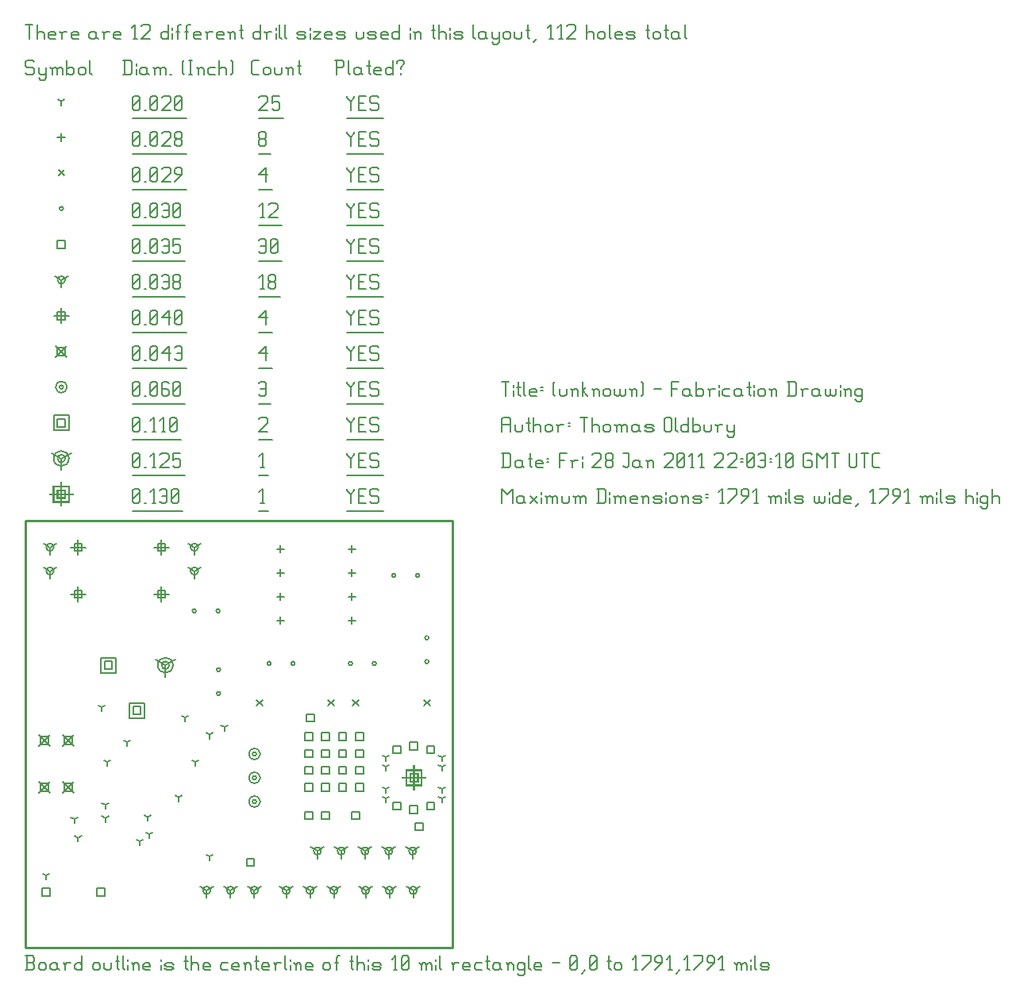
<source format=gbr>
G04 start of page 10 for group -3984 idx -3984 *
G04 Title: (unknown), fab *
G04 Creator: pcb 20091103 *
G04 CreationDate: Fri 28 Jan 2011 22:03:10 GMT UTC *
G04 For: thomas *
G04 Format: Gerber/RS-274X *
G04 PCB-Dimensions: 179130 179130 *
G04 PCB-Coordinate-Origin: lower left *
%MOIN*%
%FSLAX25Y25*%
%LNFAB*%
%ADD12C,0.0100*%
%ADD48R,0.0080X0.0080*%
%ADD49C,0.0060*%
G54D48*X163110Y76085D02*Y66485D01*
X158310Y71285D02*X167910D01*
X161510Y72885D02*X164710D01*
X161510D02*Y69685D01*
X164710D01*
Y72885D02*Y69685D01*
X159910Y74485D02*X166310D01*
X159910D02*Y68085D01*
X166310D01*
Y74485D02*Y68085D01*
X15000Y195180D02*Y185580D01*
X10200Y190380D02*X19800D01*
X13400Y191980D02*X16600D01*
X13400D02*Y188780D01*
X16600D01*
Y191980D02*Y188780D01*
X11800Y193580D02*X18200D01*
X11800D02*Y187180D01*
X18200D01*
Y193580D02*Y187180D01*
G54D49*X135000Y192630D02*Y191880D01*
X136500Y190380D01*
X138000Y191880D01*
Y192630D02*Y191880D01*
X136500Y190380D02*Y186630D01*
X139801Y189630D02*X142051D01*
X139801Y186630D02*X142801D01*
X139801Y192630D02*Y186630D01*
Y192630D02*X142801D01*
X147603D02*X148353Y191880D01*
X145353Y192630D02*X147603D01*
X144603Y191880D02*X145353Y192630D01*
X144603Y191880D02*Y190380D01*
X145353Y189630D01*
X147603D01*
X148353Y188880D01*
Y187380D01*
X147603Y186630D02*X148353Y187380D01*
X145353Y186630D02*X147603D01*
X144603Y187380D02*X145353Y186630D01*
X135000Y183379D02*X150154D01*
X98750Y186630D02*X100250D01*
X99500Y192630D02*Y186630D01*
X98000Y191130D02*X99500Y192630D01*
X98000Y183379D02*X102051D01*
X45000Y187380D02*X45750Y186630D01*
X45000Y191880D02*Y187380D01*
Y191880D02*X45750Y192630D01*
X47250D01*
X48000Y191880D01*
Y187380D01*
X47250Y186630D02*X48000Y187380D01*
X45750Y186630D02*X47250D01*
X45000Y188130D02*X48000Y191130D01*
X49801Y186630D02*X50551D01*
X53103D02*X54603D01*
X53853Y192630D02*Y186630D01*
X52353Y191130D02*X53853Y192630D01*
X56404Y191880D02*X57154Y192630D01*
X58654D01*
X59404Y191880D01*
Y187380D01*
X58654Y186630D02*X59404Y187380D01*
X57154Y186630D02*X58654D01*
X56404Y187380D02*X57154Y186630D01*
Y189630D02*X59404D01*
X61206Y187380D02*X61956Y186630D01*
X61206Y191880D02*Y187380D01*
Y191880D02*X61956Y192630D01*
X63456D01*
X64206Y191880D01*
Y187380D01*
X63456Y186630D02*X64206Y187380D01*
X61956Y186630D02*X63456D01*
X61206Y188130D02*X64206Y191130D01*
X45000Y183379D02*X66007D01*
X58707Y118564D02*Y113764D01*
Y118564D02*X62867Y120964D01*
X58707Y118564D02*X54547Y120964D01*
X57107Y118564D02*G75*G03X60307Y118564I1600J0D01*G01*
G75*G03X57107Y118564I-1600J0D01*G01*
X55507D02*G75*G03X61907Y118564I3200J0D01*G01*
G75*G03X55507Y118564I-3200J0D01*G01*
X15000Y205380D02*Y200580D01*
Y205380D02*X19160Y207780D01*
X15000Y205380D02*X10840Y207780D01*
X13400Y205380D02*G75*G03X16600Y205380I1600J0D01*G01*
G75*G03X13400Y205380I-1600J0D01*G01*
X11800D02*G75*G03X18200Y205380I3200J0D01*G01*
G75*G03X11800Y205380I-3200J0D01*G01*
X135000Y207630D02*Y206880D01*
X136500Y205380D01*
X138000Y206880D01*
Y207630D02*Y206880D01*
X136500Y205380D02*Y201630D01*
X139801Y204630D02*X142051D01*
X139801Y201630D02*X142801D01*
X139801Y207630D02*Y201630D01*
Y207630D02*X142801D01*
X147603D02*X148353Y206880D01*
X145353Y207630D02*X147603D01*
X144603Y206880D02*X145353Y207630D01*
X144603Y206880D02*Y205380D01*
X145353Y204630D01*
X147603D01*
X148353Y203880D01*
Y202380D01*
X147603Y201630D02*X148353Y202380D01*
X145353Y201630D02*X147603D01*
X144603Y202380D02*X145353Y201630D01*
X135000Y198379D02*X150154D01*
X98750Y201630D02*X100250D01*
X99500Y207630D02*Y201630D01*
X98000Y206130D02*X99500Y207630D01*
X98000Y198379D02*X102051D01*
X45000Y202380D02*X45750Y201630D01*
X45000Y206880D02*Y202380D01*
Y206880D02*X45750Y207630D01*
X47250D01*
X48000Y206880D01*
Y202380D01*
X47250Y201630D02*X48000Y202380D01*
X45750Y201630D02*X47250D01*
X45000Y203130D02*X48000Y206130D01*
X49801Y201630D02*X50551D01*
X53103D02*X54603D01*
X53853Y207630D02*Y201630D01*
X52353Y206130D02*X53853Y207630D01*
X56404Y206880D02*X57154Y207630D01*
X59404D01*
X60154Y206880D01*
Y205380D01*
X56404Y201630D02*X60154Y205380D01*
X56404Y201630D02*X60154D01*
X61956Y207630D02*X64956D01*
X61956D02*Y204630D01*
X62706Y205380D01*
X64206D01*
X64956Y204630D01*
Y202380D01*
X64206Y201630D02*X64956Y202380D01*
X62706Y201630D02*X64206D01*
X61956Y202380D02*X62706Y201630D01*
X45000Y198379D02*X66757D01*
X33107Y120164D02*X36307D01*
X33107D02*Y116964D01*
X36307D01*
Y120164D02*Y116964D01*
X31507Y121764D02*X37907D01*
X31507D02*Y115364D01*
X37907D01*
Y121764D02*Y115364D01*
X45107Y101164D02*X48307D01*
X45107D02*Y97964D01*
X48307D01*
Y101164D02*Y97964D01*
X43507Y102764D02*X49907D01*
X43507D02*Y96364D01*
X49907D01*
Y102764D02*Y96364D01*
X13400Y221980D02*X16600D01*
X13400D02*Y218780D01*
X16600D01*
Y221980D02*Y218780D01*
X11800Y223580D02*X18200D01*
X11800D02*Y217180D01*
X18200D01*
Y223580D02*Y217180D01*
X135000Y222630D02*Y221880D01*
X136500Y220380D01*
X138000Y221880D01*
Y222630D02*Y221880D01*
X136500Y220380D02*Y216630D01*
X139801Y219630D02*X142051D01*
X139801Y216630D02*X142801D01*
X139801Y222630D02*Y216630D01*
Y222630D02*X142801D01*
X147603D02*X148353Y221880D01*
X145353Y222630D02*X147603D01*
X144603Y221880D02*X145353Y222630D01*
X144603Y221880D02*Y220380D01*
X145353Y219630D01*
X147603D01*
X148353Y218880D01*
Y217380D01*
X147603Y216630D02*X148353Y217380D01*
X145353Y216630D02*X147603D01*
X144603Y217380D02*X145353Y216630D01*
X135000Y213379D02*X150154D01*
X98000Y221880D02*X98750Y222630D01*
X101000D01*
X101750Y221880D01*
Y220380D01*
X98000Y216630D02*X101750Y220380D01*
X98000Y216630D02*X101750D01*
X98000Y213379D02*X103551D01*
X45000Y217380D02*X45750Y216630D01*
X45000Y221880D02*Y217380D01*
Y221880D02*X45750Y222630D01*
X47250D01*
X48000Y221880D01*
Y217380D01*
X47250Y216630D02*X48000Y217380D01*
X45750Y216630D02*X47250D01*
X45000Y218130D02*X48000Y221130D01*
X49801Y216630D02*X50551D01*
X53103D02*X54603D01*
X53853Y222630D02*Y216630D01*
X52353Y221130D02*X53853Y222630D01*
X57154Y216630D02*X58654D01*
X57904Y222630D02*Y216630D01*
X56404Y221130D02*X57904Y222630D01*
X60456Y217380D02*X61206Y216630D01*
X60456Y221880D02*Y217380D01*
Y221880D02*X61206Y222630D01*
X62706D01*
X63456Y221880D01*
Y217380D01*
X62706Y216630D02*X63456Y217380D01*
X61206Y216630D02*X62706D01*
X60456Y218130D02*X63456Y221130D01*
X45000Y213379D02*X65257D01*
X95310Y81285D02*G75*G03X96910Y81285I800J0D01*G01*
G75*G03X95310Y81285I-800J0D01*G01*
X93710D02*G75*G03X98510Y81285I2400J0D01*G01*
G75*G03X93710Y81285I-2400J0D01*G01*
X95310Y71285D02*G75*G03X96910Y71285I800J0D01*G01*
G75*G03X95310Y71285I-800J0D01*G01*
X93710D02*G75*G03X98510Y71285I2400J0D01*G01*
G75*G03X93710Y71285I-2400J0D01*G01*
X95310Y61285D02*G75*G03X96910Y61285I800J0D01*G01*
G75*G03X95310Y61285I-800J0D01*G01*
X93710D02*G75*G03X98510Y61285I2400J0D01*G01*
G75*G03X93710Y61285I-2400J0D01*G01*
X14200Y235380D02*G75*G03X15800Y235380I800J0D01*G01*
G75*G03X14200Y235380I-800J0D01*G01*
X12600D02*G75*G03X17400Y235380I2400J0D01*G01*
G75*G03X12600Y235380I-2400J0D01*G01*
X135000Y237630D02*Y236880D01*
X136500Y235380D01*
X138000Y236880D01*
Y237630D02*Y236880D01*
X136500Y235380D02*Y231630D01*
X139801Y234630D02*X142051D01*
X139801Y231630D02*X142801D01*
X139801Y237630D02*Y231630D01*
Y237630D02*X142801D01*
X147603D02*X148353Y236880D01*
X145353Y237630D02*X147603D01*
X144603Y236880D02*X145353Y237630D01*
X144603Y236880D02*Y235380D01*
X145353Y234630D01*
X147603D01*
X148353Y233880D01*
Y232380D01*
X147603Y231630D02*X148353Y232380D01*
X145353Y231630D02*X147603D01*
X144603Y232380D02*X145353Y231630D01*
X135000Y228379D02*X150154D01*
X98000Y236880D02*X98750Y237630D01*
X100250D01*
X101000Y236880D01*
Y232380D01*
X100250Y231630D02*X101000Y232380D01*
X98750Y231630D02*X100250D01*
X98000Y232380D02*X98750Y231630D01*
Y234630D02*X101000D01*
X98000Y228379D02*X102801D01*
X45000Y232380D02*X45750Y231630D01*
X45000Y236880D02*Y232380D01*
Y236880D02*X45750Y237630D01*
X47250D01*
X48000Y236880D01*
Y232380D01*
X47250Y231630D02*X48000Y232380D01*
X45750Y231630D02*X47250D01*
X45000Y233130D02*X48000Y236130D01*
X49801Y231630D02*X50551D01*
X52353Y232380D02*X53103Y231630D01*
X52353Y236880D02*Y232380D01*
Y236880D02*X53103Y237630D01*
X54603D01*
X55353Y236880D01*
Y232380D01*
X54603Y231630D02*X55353Y232380D01*
X53103Y231630D02*X54603D01*
X52353Y233130D02*X55353Y236130D01*
X59404Y237630D02*X60154Y236880D01*
X57904Y237630D02*X59404D01*
X57154Y236880D02*X57904Y237630D01*
X57154Y236880D02*Y232380D01*
X57904Y231630D01*
X59404Y234630D02*X60154Y233880D01*
X57154Y234630D02*X59404D01*
X57904Y231630D02*X59404D01*
X60154Y232380D01*
Y233880D02*Y232380D01*
X61956D02*X62706Y231630D01*
X61956Y236880D02*Y232380D01*
Y236880D02*X62706Y237630D01*
X64206D01*
X64956Y236880D01*
Y232380D01*
X64206Y231630D02*X64956Y232380D01*
X62706Y231630D02*X64206D01*
X61956Y233130D02*X64956Y236130D01*
X45000Y228379D02*X66757D01*
X5474Y69719D02*X10274Y64919D01*
X5474D02*X10274Y69719D01*
X6274Y68919D02*X9474D01*
X6274D02*Y65719D01*
X9474D01*
Y68919D02*Y65719D01*
X15474Y69719D02*X20274Y64919D01*
X15474D02*X20274Y69719D01*
X16274Y68919D02*X19474D01*
X16274D02*Y65719D01*
X19474D01*
Y68919D02*Y65719D01*
X5474Y89404D02*X10274Y84604D01*
X5474D02*X10274Y89404D01*
X6274Y88604D02*X9474D01*
X6274D02*Y85404D01*
X9474D01*
Y88604D02*Y85404D01*
X15474Y89404D02*X20274Y84604D01*
X15474D02*X20274Y89404D01*
X16274Y88604D02*X19474D01*
X16274D02*Y85404D01*
X19474D01*
Y88604D02*Y85404D01*
X12600Y252780D02*X17400Y247980D01*
X12600D02*X17400Y252780D01*
X13400Y251980D02*X16600D01*
X13400D02*Y248780D01*
X16600D01*
Y251980D02*Y248780D01*
X135000Y252630D02*Y251880D01*
X136500Y250380D01*
X138000Y251880D01*
Y252630D02*Y251880D01*
X136500Y250380D02*Y246630D01*
X139801Y249630D02*X142051D01*
X139801Y246630D02*X142801D01*
X139801Y252630D02*Y246630D01*
Y252630D02*X142801D01*
X147603D02*X148353Y251880D01*
X145353Y252630D02*X147603D01*
X144603Y251880D02*X145353Y252630D01*
X144603Y251880D02*Y250380D01*
X145353Y249630D01*
X147603D01*
X148353Y248880D01*
Y247380D01*
X147603Y246630D02*X148353Y247380D01*
X145353Y246630D02*X147603D01*
X144603Y247380D02*X145353Y246630D01*
X135000Y243379D02*X150154D01*
X98000Y249630D02*X101000Y252630D01*
X98000Y249630D02*X101750D01*
X101000Y252630D02*Y246630D01*
X98000Y243379D02*X103551D01*
X45000Y247380D02*X45750Y246630D01*
X45000Y251880D02*Y247380D01*
Y251880D02*X45750Y252630D01*
X47250D01*
X48000Y251880D01*
Y247380D01*
X47250Y246630D02*X48000Y247380D01*
X45750Y246630D02*X47250D01*
X45000Y248130D02*X48000Y251130D01*
X49801Y246630D02*X50551D01*
X52353Y247380D02*X53103Y246630D01*
X52353Y251880D02*Y247380D01*
Y251880D02*X53103Y252630D01*
X54603D01*
X55353Y251880D01*
Y247380D01*
X54603Y246630D02*X55353Y247380D01*
X53103Y246630D02*X54603D01*
X52353Y248130D02*X55353Y251130D01*
X57154Y249630D02*X60154Y252630D01*
X57154Y249630D02*X60904D01*
X60154Y252630D02*Y246630D01*
X62706Y251880D02*X63456Y252630D01*
X64956D01*
X65706Y251880D01*
Y247380D01*
X64956Y246630D02*X65706Y247380D01*
X63456Y246630D02*X64956D01*
X62706Y247380D02*X63456Y246630D01*
Y249630D02*X65706D01*
X45000Y243379D02*X67507D01*
X57047Y151621D02*Y145221D01*
X53847Y148421D02*X60247D01*
X55447Y150021D02*X58647D01*
X55447D02*Y146821D01*
X58647D01*
Y150021D02*Y146821D01*
X22047Y151621D02*Y145221D01*
X18847Y148421D02*X25247D01*
X20447Y150021D02*X23647D01*
X20447D02*Y146821D01*
X23647D01*
Y150021D02*Y146821D01*
X57047Y171306D02*Y164906D01*
X53847Y168106D02*X60247D01*
X55447Y169706D02*X58647D01*
X55447D02*Y166506D01*
X58647D01*
Y169706D02*Y166506D01*
X22047Y171306D02*Y164906D01*
X18847Y168106D02*X25247D01*
X20447Y169706D02*X23647D01*
X20447D02*Y166506D01*
X23647D01*
Y169706D02*Y166506D01*
X15000Y268580D02*Y262180D01*
X11800Y265380D02*X18200D01*
X13400Y266980D02*X16600D01*
X13400D02*Y263780D01*
X16600D01*
Y266980D02*Y263780D01*
X135000Y267630D02*Y266880D01*
X136500Y265380D01*
X138000Y266880D01*
Y267630D02*Y266880D01*
X136500Y265380D02*Y261630D01*
X139801Y264630D02*X142051D01*
X139801Y261630D02*X142801D01*
X139801Y267630D02*Y261630D01*
Y267630D02*X142801D01*
X147603D02*X148353Y266880D01*
X145353Y267630D02*X147603D01*
X144603Y266880D02*X145353Y267630D01*
X144603Y266880D02*Y265380D01*
X145353Y264630D01*
X147603D01*
X148353Y263880D01*
Y262380D01*
X147603Y261630D02*X148353Y262380D01*
X145353Y261630D02*X147603D01*
X144603Y262380D02*X145353Y261630D01*
X135000Y258379D02*X150154D01*
X98000Y264630D02*X101000Y267630D01*
X98000Y264630D02*X101750D01*
X101000Y267630D02*Y261630D01*
X98000Y258379D02*X103551D01*
X45000Y262380D02*X45750Y261630D01*
X45000Y266880D02*Y262380D01*
Y266880D02*X45750Y267630D01*
X47250D01*
X48000Y266880D01*
Y262380D01*
X47250Y261630D02*X48000Y262380D01*
X45750Y261630D02*X47250D01*
X45000Y263130D02*X48000Y266130D01*
X49801Y261630D02*X50551D01*
X52353Y262380D02*X53103Y261630D01*
X52353Y266880D02*Y262380D01*
Y266880D02*X53103Y267630D01*
X54603D01*
X55353Y266880D01*
Y262380D01*
X54603Y261630D02*X55353Y262380D01*
X53103Y261630D02*X54603D01*
X52353Y263130D02*X55353Y266130D01*
X57154Y264630D02*X60154Y267630D01*
X57154Y264630D02*X60904D01*
X60154Y267630D02*Y261630D01*
X62706Y262380D02*X63456Y261630D01*
X62706Y266880D02*Y262380D01*
Y266880D02*X63456Y267630D01*
X64956D01*
X65706Y266880D01*
Y262380D01*
X64956Y261630D02*X65706Y262380D01*
X63456Y261630D02*X64956D01*
X62706Y263130D02*X65706Y266130D01*
X45000Y258379D02*X67507D01*
X162756Y24012D02*Y20812D01*
Y24012D02*X165529Y25612D01*
X162756Y24012D02*X159983Y25612D01*
X161156Y24012D02*G75*G03X164356Y24012I1600J0D01*G01*
G75*G03X161156Y24012I-1600J0D01*G01*
X152756D02*Y20812D01*
Y24012D02*X155529Y25612D01*
X152756Y24012D02*X149983Y25612D01*
X151156Y24012D02*G75*G03X154356Y24012I1600J0D01*G01*
G75*G03X151156Y24012I-1600J0D01*G01*
X142756D02*Y20812D01*
Y24012D02*X145529Y25612D01*
X142756Y24012D02*X139983Y25612D01*
X141156Y24012D02*G75*G03X144356Y24012I1600J0D01*G01*
G75*G03X141156Y24012I-1600J0D01*G01*
X96063D02*Y20812D01*
Y24012D02*X98836Y25612D01*
X96063Y24012D02*X93290Y25612D01*
X94463Y24012D02*G75*G03X97663Y24012I1600J0D01*G01*
G75*G03X94463Y24012I-1600J0D01*G01*
X86063D02*Y20812D01*
Y24012D02*X88836Y25612D01*
X86063Y24012D02*X83290Y25612D01*
X84463Y24012D02*G75*G03X87663Y24012I1600J0D01*G01*
G75*G03X84463Y24012I-1600J0D01*G01*
X76063D02*Y20812D01*
Y24012D02*X78836Y25612D01*
X76063Y24012D02*X73290Y25612D01*
X74463Y24012D02*G75*G03X77663Y24012I1600J0D01*G01*
G75*G03X74463Y24012I-1600J0D01*G01*
X162520Y40547D02*Y37347D01*
Y40547D02*X165293Y42147D01*
X162520Y40547D02*X159747Y42147D01*
X160920Y40547D02*G75*G03X164120Y40547I1600J0D01*G01*
G75*G03X160920Y40547I-1600J0D01*G01*
X152520D02*Y37347D01*
Y40547D02*X155293Y42147D01*
X152520Y40547D02*X149747Y42147D01*
X150920Y40547D02*G75*G03X154120Y40547I1600J0D01*G01*
G75*G03X150920Y40547I-1600J0D01*G01*
X142520D02*Y37347D01*
Y40547D02*X145293Y42147D01*
X142520Y40547D02*X139747Y42147D01*
X140920Y40547D02*G75*G03X144120Y40547I1600J0D01*G01*
G75*G03X140920Y40547I-1600J0D01*G01*
X132520D02*Y37347D01*
Y40547D02*X135293Y42147D01*
X132520Y40547D02*X129747Y42147D01*
X130920Y40547D02*G75*G03X134120Y40547I1600J0D01*G01*
G75*G03X130920Y40547I-1600J0D01*G01*
X122520D02*Y37347D01*
Y40547D02*X125293Y42147D01*
X122520Y40547D02*X119747Y42147D01*
X120920Y40547D02*G75*G03X124120Y40547I1600J0D01*G01*
G75*G03X120920Y40547I-1600J0D01*G01*
X129449Y24012D02*Y20812D01*
Y24012D02*X132222Y25612D01*
X129449Y24012D02*X126676Y25612D01*
X127849Y24012D02*G75*G03X131049Y24012I1600J0D01*G01*
G75*G03X127849Y24012I-1600J0D01*G01*
X119449D02*Y20812D01*
Y24012D02*X122222Y25612D01*
X119449Y24012D02*X116676Y25612D01*
X117849Y24012D02*G75*G03X121049Y24012I1600J0D01*G01*
G75*G03X117849Y24012I-1600J0D01*G01*
X109449D02*Y20812D01*
Y24012D02*X112222Y25612D01*
X109449Y24012D02*X106676Y25612D01*
X107849Y24012D02*G75*G03X111049Y24012I1600J0D01*G01*
G75*G03X107849Y24012I-1600J0D01*G01*
X10236Y168106D02*Y164906D01*
Y168106D02*X13009Y169706D01*
X10236Y168106D02*X7463Y169706D01*
X8636Y168106D02*G75*G03X11836Y168106I1600J0D01*G01*
G75*G03X8636Y168106I-1600J0D01*G01*
X10236Y158106D02*Y154906D01*
Y158106D02*X13009Y159706D01*
X10236Y158106D02*X7463Y159706D01*
X8636Y158106D02*G75*G03X11836Y158106I1600J0D01*G01*
G75*G03X8636Y158106I-1600J0D01*G01*
X70866D02*Y154906D01*
Y158106D02*X73639Y159706D01*
X70866Y158106D02*X68093Y159706D01*
X69266Y158106D02*G75*G03X72466Y158106I1600J0D01*G01*
G75*G03X69266Y158106I-1600J0D01*G01*
X70866Y168106D02*Y164906D01*
Y168106D02*X73639Y169706D01*
X70866Y168106D02*X68093Y169706D01*
X69266Y168106D02*G75*G03X72466Y168106I1600J0D01*G01*
G75*G03X69266Y168106I-1600J0D01*G01*
X15000Y280380D02*Y277180D01*
Y280380D02*X17773Y281980D01*
X15000Y280380D02*X12227Y281980D01*
X13400Y280380D02*G75*G03X16600Y280380I1600J0D01*G01*
G75*G03X13400Y280380I-1600J0D01*G01*
X135000Y282630D02*Y281880D01*
X136500Y280380D01*
X138000Y281880D01*
Y282630D02*Y281880D01*
X136500Y280380D02*Y276630D01*
X139801Y279630D02*X142051D01*
X139801Y276630D02*X142801D01*
X139801Y282630D02*Y276630D01*
Y282630D02*X142801D01*
X147603D02*X148353Y281880D01*
X145353Y282630D02*X147603D01*
X144603Y281880D02*X145353Y282630D01*
X144603Y281880D02*Y280380D01*
X145353Y279630D01*
X147603D01*
X148353Y278880D01*
Y277380D01*
X147603Y276630D02*X148353Y277380D01*
X145353Y276630D02*X147603D01*
X144603Y277380D02*X145353Y276630D01*
X135000Y273379D02*X150154D01*
X98750Y276630D02*X100250D01*
X99500Y282630D02*Y276630D01*
X98000Y281130D02*X99500Y282630D01*
X102051Y277380D02*X102801Y276630D01*
X102051Y278880D02*Y277380D01*
Y278880D02*X102801Y279630D01*
X104301D01*
X105051Y278880D01*
Y277380D01*
X104301Y276630D02*X105051Y277380D01*
X102801Y276630D02*X104301D01*
X102051Y280380D02*X102801Y279630D01*
X102051Y281880D02*Y280380D01*
Y281880D02*X102801Y282630D01*
X104301D01*
X105051Y281880D01*
Y280380D01*
X104301Y279630D02*X105051Y280380D01*
X98000Y273379D02*X106853D01*
X45000Y277380D02*X45750Y276630D01*
X45000Y281880D02*Y277380D01*
Y281880D02*X45750Y282630D01*
X47250D01*
X48000Y281880D01*
Y277380D01*
X47250Y276630D02*X48000Y277380D01*
X45750Y276630D02*X47250D01*
X45000Y278130D02*X48000Y281130D01*
X49801Y276630D02*X50551D01*
X52353Y277380D02*X53103Y276630D01*
X52353Y281880D02*Y277380D01*
Y281880D02*X53103Y282630D01*
X54603D01*
X55353Y281880D01*
Y277380D01*
X54603Y276630D02*X55353Y277380D01*
X53103Y276630D02*X54603D01*
X52353Y278130D02*X55353Y281130D01*
X57154Y281880D02*X57904Y282630D01*
X59404D01*
X60154Y281880D01*
Y277380D01*
X59404Y276630D02*X60154Y277380D01*
X57904Y276630D02*X59404D01*
X57154Y277380D02*X57904Y276630D01*
Y279630D02*X60154D01*
X61956Y277380D02*X62706Y276630D01*
X61956Y278880D02*Y277380D01*
Y278880D02*X62706Y279630D01*
X64206D01*
X64956Y278880D01*
Y277380D01*
X64206Y276630D02*X64956Y277380D01*
X62706Y276630D02*X64206D01*
X61956Y280380D02*X62706Y279630D01*
X61956Y281880D02*Y280380D01*
Y281880D02*X62706Y282630D01*
X64206D01*
X64956Y281880D01*
Y280380D01*
X64206Y279630D02*X64956Y280380D01*
X45000Y273379D02*X66757D01*
X118085Y98053D02*X121285D01*
X118085D02*Y94853D01*
X121285D01*
Y98053D02*Y94853D01*
X136983Y57108D02*X140183D01*
X136983D02*Y53908D01*
X140183D01*
Y57108D02*Y53908D01*
X92888Y37423D02*X96088D01*
X92888D02*Y34223D01*
X96088D01*
Y37423D02*Y34223D01*
X117298Y76006D02*X120498D01*
X117298D02*Y72806D01*
X120498D01*
Y76006D02*Y72806D01*
X124384Y57108D02*X127584D01*
X124384D02*Y53908D01*
X127584D01*
Y57108D02*Y53908D01*
X117298Y57108D02*X120498D01*
X117298D02*Y53908D01*
X120498D01*
Y57108D02*Y53908D01*
X117298Y83093D02*X120498D01*
X117298D02*Y79893D01*
X120498D01*
Y83093D02*Y79893D01*
X117298Y68920D02*X120498D01*
X117298D02*Y65720D01*
X120498D01*
Y68920D02*Y65720D01*
X131471Y90179D02*X134671D01*
X131471D02*Y86979D01*
X134671D01*
Y90179D02*Y86979D01*
X124384Y90179D02*X127584D01*
X124384D02*Y86979D01*
X127584D01*
Y90179D02*Y86979D01*
X117298Y90179D02*X120498D01*
X117298D02*Y86979D01*
X120498D01*
Y90179D02*Y86979D01*
X29896Y24824D02*X33096D01*
X29896D02*Y21624D01*
X33096D01*
Y24824D02*Y21624D01*
X138557Y90179D02*X141757D01*
X138557D02*Y86979D01*
X141757D01*
Y90179D02*Y86979D01*
X7061Y24824D02*X10261D01*
X7061D02*Y21624D01*
X10261D01*
Y24824D02*Y21624D01*
X131471Y68919D02*X134671D01*
X131471D02*Y65719D01*
X134671D01*
Y68919D02*Y65719D01*
X138557Y68919D02*X141757D01*
X138557D02*Y65719D01*
X141757D01*
Y68919D02*Y65719D01*
X124384Y68919D02*X127584D01*
X124384D02*Y65719D01*
X127584D01*
Y68919D02*Y65719D01*
X163754Y52384D02*X166954D01*
X163754D02*Y49184D01*
X166954D01*
Y52384D02*Y49184D01*
X124384Y76005D02*X127584D01*
X124384D02*Y72805D01*
X127584D01*
Y76005D02*Y72805D01*
X131471Y76005D02*X134671D01*
X131471D02*Y72805D01*
X134671D01*
Y76005D02*Y72805D01*
X138557Y83092D02*X141757D01*
X138557D02*Y79892D01*
X141757D01*
Y83092D02*Y79892D01*
X131471Y83092D02*X134671D01*
X131471D02*Y79892D01*
X134671D01*
Y83092D02*Y79892D01*
X124384Y83092D02*X127584D01*
X124384D02*Y79892D01*
X127584D01*
Y83092D02*Y79892D01*
X138557Y76005D02*X141757D01*
X138557D02*Y72805D01*
X141757D01*
Y76005D02*Y72805D01*
X154305Y84667D02*X157505D01*
X154305D02*Y81467D01*
X157505D01*
Y84667D02*Y81467D01*
X161392Y86242D02*X164592D01*
X161392D02*Y83042D01*
X164592D01*
Y86242D02*Y83042D01*
X154305Y61045D02*X157505D01*
X154305D02*Y57845D01*
X157505D01*
Y61045D02*Y57845D01*
X161392Y59470D02*X164592D01*
X161392D02*Y56270D01*
X164592D01*
Y59470D02*Y56270D01*
X168478Y84667D02*X171678D01*
X168478D02*Y81467D01*
X171678D01*
Y84667D02*Y81467D01*
X168478Y61045D02*X171678D01*
X168478D02*Y57845D01*
X171678D01*
Y61045D02*Y57845D01*
X13400Y296980D02*X16600D01*
X13400D02*Y293780D01*
X16600D01*
Y296980D02*Y293780D01*
X135000Y297630D02*Y296880D01*
X136500Y295380D01*
X138000Y296880D01*
Y297630D02*Y296880D01*
X136500Y295380D02*Y291630D01*
X139801Y294630D02*X142051D01*
X139801Y291630D02*X142801D01*
X139801Y297630D02*Y291630D01*
Y297630D02*X142801D01*
X147603D02*X148353Y296880D01*
X145353Y297630D02*X147603D01*
X144603Y296880D02*X145353Y297630D01*
X144603Y296880D02*Y295380D01*
X145353Y294630D01*
X147603D01*
X148353Y293880D01*
Y292380D01*
X147603Y291630D02*X148353Y292380D01*
X145353Y291630D02*X147603D01*
X144603Y292380D02*X145353Y291630D01*
X135000Y288379D02*X150154D01*
X98000Y296880D02*X98750Y297630D01*
X100250D01*
X101000Y296880D01*
Y292380D01*
X100250Y291630D02*X101000Y292380D01*
X98750Y291630D02*X100250D01*
X98000Y292380D02*X98750Y291630D01*
Y294630D02*X101000D01*
X102801Y292380D02*X103551Y291630D01*
X102801Y296880D02*Y292380D01*
Y296880D02*X103551Y297630D01*
X105051D01*
X105801Y296880D01*
Y292380D01*
X105051Y291630D02*X105801Y292380D01*
X103551Y291630D02*X105051D01*
X102801Y293130D02*X105801Y296130D01*
X98000Y288379D02*X107603D01*
X45000Y292380D02*X45750Y291630D01*
X45000Y296880D02*Y292380D01*
Y296880D02*X45750Y297630D01*
X47250D01*
X48000Y296880D01*
Y292380D01*
X47250Y291630D02*X48000Y292380D01*
X45750Y291630D02*X47250D01*
X45000Y293130D02*X48000Y296130D01*
X49801Y291630D02*X50551D01*
X52353Y292380D02*X53103Y291630D01*
X52353Y296880D02*Y292380D01*
Y296880D02*X53103Y297630D01*
X54603D01*
X55353Y296880D01*
Y292380D01*
X54603Y291630D02*X55353Y292380D01*
X53103Y291630D02*X54603D01*
X52353Y293130D02*X55353Y296130D01*
X57154Y296880D02*X57904Y297630D01*
X59404D01*
X60154Y296880D01*
Y292380D01*
X59404Y291630D02*X60154Y292380D01*
X57904Y291630D02*X59404D01*
X57154Y292380D02*X57904Y291630D01*
Y294630D02*X60154D01*
X61956Y297630D02*X64956D01*
X61956D02*Y294630D01*
X62706Y295380D01*
X64206D01*
X64956Y294630D01*
Y292380D01*
X64206Y291630D02*X64956Y292380D01*
X62706Y291630D02*X64206D01*
X61956Y292380D02*X62706Y291630D01*
X45000Y288379D02*X66757D01*
X153768Y156294D02*G75*G03X155368Y156294I800J0D01*G01*
G75*G03X153768Y156294I-800J0D01*G01*
X163768D02*G75*G03X165368Y156294I800J0D01*G01*
G75*G03X163768Y156294I-800J0D01*G01*
X145657Y119287D02*G75*G03X147257Y119287I800J0D01*G01*
G75*G03X145657Y119287I-800J0D01*G01*
X135657D02*G75*G03X137257Y119287I800J0D01*G01*
G75*G03X135657Y119287I-800J0D01*G01*
X101495Y119376D02*G75*G03X103095Y119376I800J0D01*G01*
G75*G03X101495Y119376I-800J0D01*G01*
X111495D02*G75*G03X113095Y119376I800J0D01*G01*
G75*G03X111495Y119376I-800J0D01*G01*
X80216Y106643D02*G75*G03X81816Y106643I800J0D01*G01*
G75*G03X80216Y106643I-800J0D01*G01*
Y116643D02*G75*G03X81816Y116643I800J0D01*G01*
G75*G03X80216Y116643I-800J0D01*G01*
X167704Y120075D02*G75*G03X169304Y120075I800J0D01*G01*
G75*G03X167704Y120075I-800J0D01*G01*
Y130075D02*G75*G03X169304Y130075I800J0D01*G01*
G75*G03X167704Y130075I-800J0D01*G01*
X70006Y141345D02*G75*G03X71606Y141345I800J0D01*G01*
G75*G03X70006Y141345I-800J0D01*G01*
X80006D02*G75*G03X81606Y141345I800J0D01*G01*
G75*G03X80006Y141345I-800J0D01*G01*
X14200Y310380D02*G75*G03X15800Y310380I800J0D01*G01*
G75*G03X14200Y310380I-800J0D01*G01*
X135000Y312630D02*Y311880D01*
X136500Y310380D01*
X138000Y311880D01*
Y312630D02*Y311880D01*
X136500Y310380D02*Y306630D01*
X139801Y309630D02*X142051D01*
X139801Y306630D02*X142801D01*
X139801Y312630D02*Y306630D01*
Y312630D02*X142801D01*
X147603D02*X148353Y311880D01*
X145353Y312630D02*X147603D01*
X144603Y311880D02*X145353Y312630D01*
X144603Y311880D02*Y310380D01*
X145353Y309630D01*
X147603D01*
X148353Y308880D01*
Y307380D01*
X147603Y306630D02*X148353Y307380D01*
X145353Y306630D02*X147603D01*
X144603Y307380D02*X145353Y306630D01*
X135000Y303379D02*X150154D01*
X98750Y306630D02*X100250D01*
X99500Y312630D02*Y306630D01*
X98000Y311130D02*X99500Y312630D01*
X102051Y311880D02*X102801Y312630D01*
X105051D01*
X105801Y311880D01*
Y310380D01*
X102051Y306630D02*X105801Y310380D01*
X102051Y306630D02*X105801D01*
X98000Y303379D02*X107603D01*
X45000Y307380D02*X45750Y306630D01*
X45000Y311880D02*Y307380D01*
Y311880D02*X45750Y312630D01*
X47250D01*
X48000Y311880D01*
Y307380D01*
X47250Y306630D02*X48000Y307380D01*
X45750Y306630D02*X47250D01*
X45000Y308130D02*X48000Y311130D01*
X49801Y306630D02*X50551D01*
X52353Y307380D02*X53103Y306630D01*
X52353Y311880D02*Y307380D01*
Y311880D02*X53103Y312630D01*
X54603D01*
X55353Y311880D01*
Y307380D01*
X54603Y306630D02*X55353Y307380D01*
X53103Y306630D02*X54603D01*
X52353Y308130D02*X55353Y311130D01*
X57154Y311880D02*X57904Y312630D01*
X59404D01*
X60154Y311880D01*
Y307380D01*
X59404Y306630D02*X60154Y307380D01*
X57904Y306630D02*X59404D01*
X57154Y307380D02*X57904Y306630D01*
Y309630D02*X60154D01*
X61956Y307380D02*X62706Y306630D01*
X61956Y311880D02*Y307380D01*
Y311880D02*X62706Y312630D01*
X64206D01*
X64956Y311880D01*
Y307380D01*
X64206Y306630D02*X64956Y307380D01*
X62706Y306630D02*X64206D01*
X61956Y308130D02*X64956Y311130D01*
X45000Y303379D02*X66757D01*
X167383Y103952D02*X169783Y101552D01*
X167383D02*X169783Y103952D01*
X137383D02*X139783Y101552D01*
X137383D02*X139783Y103952D01*
X127034Y104037D02*X129434Y101637D01*
X127034D02*X129434Y104037D01*
X97034D02*X99434Y101637D01*
X97034D02*X99434Y104037D01*
X13800Y326580D02*X16200Y324180D01*
X13800D02*X16200Y326580D01*
X135000Y327630D02*Y326880D01*
X136500Y325380D01*
X138000Y326880D01*
Y327630D02*Y326880D01*
X136500Y325380D02*Y321630D01*
X139801Y324630D02*X142051D01*
X139801Y321630D02*X142801D01*
X139801Y327630D02*Y321630D01*
Y327630D02*X142801D01*
X147603D02*X148353Y326880D01*
X145353Y327630D02*X147603D01*
X144603Y326880D02*X145353Y327630D01*
X144603Y326880D02*Y325380D01*
X145353Y324630D01*
X147603D01*
X148353Y323880D01*
Y322380D01*
X147603Y321630D02*X148353Y322380D01*
X145353Y321630D02*X147603D01*
X144603Y322380D02*X145353Y321630D01*
X135000Y318379D02*X150154D01*
X98000Y324630D02*X101000Y327630D01*
X98000Y324630D02*X101750D01*
X101000Y327630D02*Y321630D01*
X98000Y318379D02*X103551D01*
X45000Y322380D02*X45750Y321630D01*
X45000Y326880D02*Y322380D01*
Y326880D02*X45750Y327630D01*
X47250D01*
X48000Y326880D01*
Y322380D01*
X47250Y321630D02*X48000Y322380D01*
X45750Y321630D02*X47250D01*
X45000Y323130D02*X48000Y326130D01*
X49801Y321630D02*X50551D01*
X52353Y322380D02*X53103Y321630D01*
X52353Y326880D02*Y322380D01*
Y326880D02*X53103Y327630D01*
X54603D01*
X55353Y326880D01*
Y322380D01*
X54603Y321630D02*X55353Y322380D01*
X53103Y321630D02*X54603D01*
X52353Y323130D02*X55353Y326130D01*
X57154Y326880D02*X57904Y327630D01*
X60154D01*
X60904Y326880D01*
Y325380D01*
X57154Y321630D02*X60904Y325380D01*
X57154Y321630D02*X60904D01*
X62706D02*X65706Y324630D01*
Y326880D02*Y324630D01*
X64956Y327630D02*X65706Y326880D01*
X63456Y327630D02*X64956D01*
X62706Y326880D02*X63456Y327630D01*
X62706Y326880D02*Y325380D01*
X63456Y324630D01*
X65706D01*
X45000Y318379D02*X67507D01*
X107081Y169020D02*Y165820D01*
X105481Y167420D02*X108681D01*
X107081Y159020D02*Y155820D01*
X105481Y157420D02*X108681D01*
X107081Y149020D02*Y145820D01*
X105481Y147420D02*X108681D01*
X107081Y139020D02*Y135820D01*
X105481Y137420D02*X108681D01*
X137081Y139020D02*Y135820D01*
X135481Y137420D02*X138681D01*
X137081Y149020D02*Y145820D01*
X135481Y147420D02*X138681D01*
X137081Y159020D02*Y155820D01*
X135481Y157420D02*X138681D01*
X137081Y169020D02*Y165820D01*
X135481Y167420D02*X138681D01*
X15000Y341980D02*Y338780D01*
X13400Y340380D02*X16600D01*
X135000Y342630D02*Y341880D01*
X136500Y340380D01*
X138000Y341880D01*
Y342630D02*Y341880D01*
X136500Y340380D02*Y336630D01*
X139801Y339630D02*X142051D01*
X139801Y336630D02*X142801D01*
X139801Y342630D02*Y336630D01*
Y342630D02*X142801D01*
X147603D02*X148353Y341880D01*
X145353Y342630D02*X147603D01*
X144603Y341880D02*X145353Y342630D01*
X144603Y341880D02*Y340380D01*
X145353Y339630D01*
X147603D01*
X148353Y338880D01*
Y337380D01*
X147603Y336630D02*X148353Y337380D01*
X145353Y336630D02*X147603D01*
X144603Y337380D02*X145353Y336630D01*
X135000Y333379D02*X150154D01*
X98000Y337380D02*X98750Y336630D01*
X98000Y338880D02*Y337380D01*
Y338880D02*X98750Y339630D01*
X100250D01*
X101000Y338880D01*
Y337380D01*
X100250Y336630D02*X101000Y337380D01*
X98750Y336630D02*X100250D01*
X98000Y340380D02*X98750Y339630D01*
X98000Y341880D02*Y340380D01*
Y341880D02*X98750Y342630D01*
X100250D01*
X101000Y341880D01*
Y340380D01*
X100250Y339630D02*X101000Y340380D01*
X98000Y333379D02*X102801D01*
X45000Y337380D02*X45750Y336630D01*
X45000Y341880D02*Y337380D01*
Y341880D02*X45750Y342630D01*
X47250D01*
X48000Y341880D01*
Y337380D01*
X47250Y336630D02*X48000Y337380D01*
X45750Y336630D02*X47250D01*
X45000Y338130D02*X48000Y341130D01*
X49801Y336630D02*X50551D01*
X52353Y337380D02*X53103Y336630D01*
X52353Y341880D02*Y337380D01*
Y341880D02*X53103Y342630D01*
X54603D01*
X55353Y341880D01*
Y337380D01*
X54603Y336630D02*X55353Y337380D01*
X53103Y336630D02*X54603D01*
X52353Y338130D02*X55353Y341130D01*
X57154Y341880D02*X57904Y342630D01*
X60154D01*
X60904Y341880D01*
Y340380D01*
X57154Y336630D02*X60904Y340380D01*
X57154Y336630D02*X60904D01*
X62706Y337380D02*X63456Y336630D01*
X62706Y338880D02*Y337380D01*
Y338880D02*X63456Y339630D01*
X64956D01*
X65706Y338880D01*
Y337380D01*
X64956Y336630D02*X65706Y337380D01*
X63456Y336630D02*X64956D01*
X62706Y340380D02*X63456Y339630D01*
X62706Y341880D02*Y340380D01*
Y341880D02*X63456Y342630D01*
X64956D01*
X65706Y341880D01*
Y340380D01*
X64956Y339630D02*X65706Y340380D01*
X45000Y333379D02*X67507D01*
X34252Y77949D02*Y76349D01*
Y77949D02*X35638Y78749D01*
X34252Y77949D02*X32866Y78749D01*
X64173Y62988D02*Y61388D01*
Y62988D02*X65559Y63788D01*
X64173Y62988D02*X62787Y63788D01*
X71259Y77949D02*Y76349D01*
Y77949D02*X72645Y78749D01*
X71259Y77949D02*X69873Y78749D01*
X174802Y75980D02*Y74380D01*
Y75980D02*X176188Y76780D01*
X174802Y75980D02*X173416Y76780D01*
X33464Y54327D02*Y52727D01*
Y54327D02*X34850Y55127D01*
X33464Y54327D02*X32078Y55127D01*
X33464Y59838D02*Y58238D01*
Y59838D02*X34850Y60638D01*
X33464Y59838D02*X32078Y60638D01*
X51969Y47634D02*Y46034D01*
Y47634D02*X53355Y48434D01*
X51969Y47634D02*X50583Y48434D01*
X51181Y54721D02*Y53121D01*
Y54721D02*X52567Y55521D01*
X51181Y54721D02*X49795Y55521D01*
X77165Y89366D02*Y87766D01*
Y89366D02*X78551Y90166D01*
X77165Y89366D02*X75779Y90166D01*
X31889Y100783D02*Y99183D01*
Y100783D02*X33275Y101583D01*
X31889Y100783D02*X30503Y101583D01*
X42520Y86217D02*Y84617D01*
Y86217D02*X43906Y87017D01*
X42520Y86217D02*X41134Y87017D01*
X66929Y96453D02*Y94853D01*
Y96453D02*X68315Y97253D01*
X66929Y96453D02*X65543Y97253D01*
X83465Y92516D02*Y90916D01*
Y92516D02*X84851Y93316D01*
X83465Y92516D02*X82079Y93316D01*
X77165Y38185D02*Y36585D01*
Y38185D02*X78551Y38985D01*
X77165Y38185D02*X75779Y38985D01*
X48031Y44484D02*Y42884D01*
Y44484D02*X49417Y45284D01*
X48031Y44484D02*X46645Y45284D01*
X8661Y30311D02*Y28711D01*
Y30311D02*X10047Y31111D01*
X8661Y30311D02*X7275Y31111D01*
X20472Y53933D02*Y52333D01*
Y53933D02*X21858Y54733D01*
X20472Y53933D02*X19086Y54733D01*
X22047Y46059D02*Y44459D01*
Y46059D02*X23433Y46859D01*
X22047Y46059D02*X20661Y46859D01*
X151180Y66532D02*Y64932D01*
Y66532D02*X152566Y67332D01*
X151180Y66532D02*X149794Y67332D01*
X151180Y75980D02*Y74380D01*
Y75980D02*X152566Y76780D01*
X151180Y75980D02*X149794Y76780D01*
X151180Y79917D02*Y78317D01*
Y79917D02*X152566Y80717D01*
X151180Y79917D02*X149794Y80717D01*
X151180Y62595D02*Y60995D01*
Y62595D02*X152566Y63395D01*
X151180Y62595D02*X149794Y63395D01*
X174802Y79917D02*Y78317D01*
Y79917D02*X176188Y80717D01*
X174802Y79917D02*X173416Y80717D01*
X174802Y66532D02*Y64932D01*
Y66532D02*X176188Y67332D01*
X174802Y66532D02*X173416Y67332D01*
X174802Y62595D02*Y60995D01*
Y62595D02*X176188Y63395D01*
X174802Y62595D02*X173416Y63395D01*
X15000Y355380D02*Y353780D01*
Y355380D02*X16386Y356180D01*
X15000Y355380D02*X13614Y356180D01*
X135000Y357630D02*Y356880D01*
X136500Y355380D01*
X138000Y356880D01*
Y357630D02*Y356880D01*
X136500Y355380D02*Y351630D01*
X139801Y354630D02*X142051D01*
X139801Y351630D02*X142801D01*
X139801Y357630D02*Y351630D01*
Y357630D02*X142801D01*
X147603D02*X148353Y356880D01*
X145353Y357630D02*X147603D01*
X144603Y356880D02*X145353Y357630D01*
X144603Y356880D02*Y355380D01*
X145353Y354630D01*
X147603D01*
X148353Y353880D01*
Y352380D01*
X147603Y351630D02*X148353Y352380D01*
X145353Y351630D02*X147603D01*
X144603Y352380D02*X145353Y351630D01*
X135000Y348379D02*X150154D01*
X98000Y356880D02*X98750Y357630D01*
X101000D01*
X101750Y356880D01*
Y355380D01*
X98000Y351630D02*X101750Y355380D01*
X98000Y351630D02*X101750D01*
X103551Y357630D02*X106551D01*
X103551D02*Y354630D01*
X104301Y355380D01*
X105801D01*
X106551Y354630D01*
Y352380D01*
X105801Y351630D02*X106551Y352380D01*
X104301Y351630D02*X105801D01*
X103551Y352380D02*X104301Y351630D01*
X98000Y348379D02*X108353D01*
X45000Y352380D02*X45750Y351630D01*
X45000Y356880D02*Y352380D01*
Y356880D02*X45750Y357630D01*
X47250D01*
X48000Y356880D01*
Y352380D01*
X47250Y351630D02*X48000Y352380D01*
X45750Y351630D02*X47250D01*
X45000Y353130D02*X48000Y356130D01*
X49801Y351630D02*X50551D01*
X52353Y352380D02*X53103Y351630D01*
X52353Y356880D02*Y352380D01*
Y356880D02*X53103Y357630D01*
X54603D01*
X55353Y356880D01*
Y352380D01*
X54603Y351630D02*X55353Y352380D01*
X53103Y351630D02*X54603D01*
X52353Y353130D02*X55353Y356130D01*
X57154Y356880D02*X57904Y357630D01*
X60154D01*
X60904Y356880D01*
Y355380D01*
X57154Y351630D02*X60904Y355380D01*
X57154Y351630D02*X60904D01*
X62706Y352380D02*X63456Y351630D01*
X62706Y356880D02*Y352380D01*
Y356880D02*X63456Y357630D01*
X64956D01*
X65706Y356880D01*
Y352380D01*
X64956Y351630D02*X65706Y352380D01*
X63456Y351630D02*X64956D01*
X62706Y353130D02*X65706Y356130D01*
X45000Y348379D02*X67507D01*
X3000Y372630D02*X3750Y371880D01*
X750Y372630D02*X3000D01*
X0Y371880D02*X750Y372630D01*
X0Y371880D02*Y370380D01*
X750Y369630D01*
X3000D01*
X3750Y368880D01*
Y367380D01*
X3000Y366630D02*X3750Y367380D01*
X750Y366630D02*X3000D01*
X0Y367380D02*X750Y366630D01*
X5551Y369630D02*Y367380D01*
X6301Y366630D01*
X8551Y369630D02*Y365130D01*
X7801Y364380D02*X8551Y365130D01*
X6301Y364380D02*X7801D01*
X5551Y365130D02*X6301Y364380D01*
Y366630D02*X7801D01*
X8551Y367380D01*
X11103Y368880D02*Y366630D01*
Y368880D02*X11853Y369630D01*
X12603D01*
X13353Y368880D01*
Y366630D01*
Y368880D02*X14103Y369630D01*
X14853D01*
X15603Y368880D01*
Y366630D01*
X10353Y369630D02*X11103Y368880D01*
X17404Y372630D02*Y366630D01*
Y367380D02*X18154Y366630D01*
X19654D01*
X20404Y367380D01*
Y368880D02*Y367380D01*
X19654Y369630D02*X20404Y368880D01*
X18154Y369630D02*X19654D01*
X17404Y368880D02*X18154Y369630D01*
X22206Y368880D02*Y367380D01*
Y368880D02*X22956Y369630D01*
X24456D01*
X25206Y368880D01*
Y367380D01*
X24456Y366630D02*X25206Y367380D01*
X22956Y366630D02*X24456D01*
X22206Y367380D02*X22956Y366630D01*
X27007Y372630D02*Y367380D01*
X27757Y366630D01*
X41750Y372630D02*Y366630D01*
X44000Y372630D02*X44750Y371880D01*
Y367380D01*
X44000Y366630D02*X44750Y367380D01*
X41000Y366630D02*X44000D01*
X41000Y372630D02*X44000D01*
X46551Y371130D02*Y370380D01*
Y368880D02*Y366630D01*
X50303Y369630D02*X51053Y368880D01*
X48803Y369630D02*X50303D01*
X48053Y368880D02*X48803Y369630D01*
X48053Y368880D02*Y367380D01*
X48803Y366630D01*
X51053Y369630D02*Y367380D01*
X51803Y366630D01*
X48803D02*X50303D01*
X51053Y367380D01*
X54354Y368880D02*Y366630D01*
Y368880D02*X55104Y369630D01*
X55854D01*
X56604Y368880D01*
Y366630D01*
Y368880D02*X57354Y369630D01*
X58104D01*
X58854Y368880D01*
Y366630D01*
X53604Y369630D02*X54354Y368880D01*
X60656Y366630D02*X61406D01*
X65907Y367380D02*X66657Y366630D01*
X65907Y371880D02*X66657Y372630D01*
X65907Y371880D02*Y367380D01*
X68459Y372630D02*X69959D01*
X69209D02*Y366630D01*
X68459D02*X69959D01*
X72510Y368880D02*Y366630D01*
Y368880D02*X73260Y369630D01*
X74010D01*
X74760Y368880D01*
Y366630D01*
X71760Y369630D02*X72510Y368880D01*
X77312Y369630D02*X79562D01*
X76562Y368880D02*X77312Y369630D01*
X76562Y368880D02*Y367380D01*
X77312Y366630D01*
X79562D01*
X81363Y372630D02*Y366630D01*
Y368880D02*X82113Y369630D01*
X83613D01*
X84363Y368880D01*
Y366630D01*
X86165Y372630D02*X86915Y371880D01*
Y367380D01*
X86165Y366630D02*X86915Y367380D01*
X95750Y366630D02*X98000D01*
X95000Y367380D02*X95750Y366630D01*
X95000Y371880D02*Y367380D01*
Y371880D02*X95750Y372630D01*
X98000D01*
X99801Y368880D02*Y367380D01*
Y368880D02*X100551Y369630D01*
X102051D01*
X102801Y368880D01*
Y367380D01*
X102051Y366630D02*X102801Y367380D01*
X100551Y366630D02*X102051D01*
X99801Y367380D02*X100551Y366630D01*
X104603Y369630D02*Y367380D01*
X105353Y366630D01*
X106853D01*
X107603Y367380D01*
Y369630D02*Y367380D01*
X110154Y368880D02*Y366630D01*
Y368880D02*X110904Y369630D01*
X111654D01*
X112404Y368880D01*
Y366630D01*
X109404Y369630D02*X110154Y368880D01*
X114956Y372630D02*Y367380D01*
X115706Y366630D01*
X114206Y370380D02*X115706D01*
X130750Y372630D02*Y366630D01*
X130000Y372630D02*X133000D01*
X133750Y371880D01*
Y370380D01*
X133000Y369630D02*X133750Y370380D01*
X130750Y369630D02*X133000D01*
X135551Y372630D02*Y367380D01*
X136301Y366630D01*
X140053Y369630D02*X140803Y368880D01*
X138553Y369630D02*X140053D01*
X137803Y368880D02*X138553Y369630D01*
X137803Y368880D02*Y367380D01*
X138553Y366630D01*
X140803Y369630D02*Y367380D01*
X141553Y366630D01*
X138553D02*X140053D01*
X140803Y367380D01*
X144104Y372630D02*Y367380D01*
X144854Y366630D01*
X143354Y370380D02*X144854D01*
X147106Y366630D02*X149356D01*
X146356Y367380D02*X147106Y366630D01*
X146356Y368880D02*Y367380D01*
Y368880D02*X147106Y369630D01*
X148606D01*
X149356Y368880D01*
X146356Y368130D02*X149356D01*
Y368880D02*Y368130D01*
X154157Y372630D02*Y366630D01*
X153407D02*X154157Y367380D01*
X151907Y366630D02*X153407D01*
X151157Y367380D02*X151907Y366630D01*
X151157Y368880D02*Y367380D01*
Y368880D02*X151907Y369630D01*
X153407D01*
X154157Y368880D01*
X157459Y369630D02*Y368880D01*
Y367380D02*Y366630D01*
X155959Y371880D02*Y371130D01*
Y371880D02*X156709Y372630D01*
X158209D01*
X158959Y371880D01*
Y371130D01*
X157459Y369630D02*X158959Y371130D01*
X0Y387630D02*X3000D01*
X1500D02*Y381630D01*
X4801Y387630D02*Y381630D01*
Y383880D02*X5551Y384630D01*
X7051D01*
X7801Y383880D01*
Y381630D01*
X10353D02*X12603D01*
X9603Y382380D02*X10353Y381630D01*
X9603Y383880D02*Y382380D01*
Y383880D02*X10353Y384630D01*
X11853D01*
X12603Y383880D01*
X9603Y383130D02*X12603D01*
Y383880D02*Y383130D01*
X15154Y383880D02*Y381630D01*
Y383880D02*X15904Y384630D01*
X17404D01*
X14404D02*X15154Y383880D01*
X19956Y381630D02*X22206D01*
X19206Y382380D02*X19956Y381630D01*
X19206Y383880D02*Y382380D01*
Y383880D02*X19956Y384630D01*
X21456D01*
X22206Y383880D01*
X19206Y383130D02*X22206D01*
Y383880D02*Y383130D01*
X28957Y384630D02*X29707Y383880D01*
X27457Y384630D02*X28957D01*
X26707Y383880D02*X27457Y384630D01*
X26707Y383880D02*Y382380D01*
X27457Y381630D01*
X29707Y384630D02*Y382380D01*
X30457Y381630D01*
X27457D02*X28957D01*
X29707Y382380D01*
X33009Y383880D02*Y381630D01*
Y383880D02*X33759Y384630D01*
X35259D01*
X32259D02*X33009Y383880D01*
X37810Y381630D02*X40060D01*
X37060Y382380D02*X37810Y381630D01*
X37060Y383880D02*Y382380D01*
Y383880D02*X37810Y384630D01*
X39310D01*
X40060Y383880D01*
X37060Y383130D02*X40060D01*
Y383880D02*Y383130D01*
X45312Y381630D02*X46812D01*
X46062Y387630D02*Y381630D01*
X44562Y386130D02*X46062Y387630D01*
X48613Y386880D02*X49363Y387630D01*
X51613D01*
X52363Y386880D01*
Y385380D01*
X48613Y381630D02*X52363Y385380D01*
X48613Y381630D02*X52363D01*
X59865Y387630D02*Y381630D01*
X59115D02*X59865Y382380D01*
X57615Y381630D02*X59115D01*
X56865Y382380D02*X57615Y381630D01*
X56865Y383880D02*Y382380D01*
Y383880D02*X57615Y384630D01*
X59115D01*
X59865Y383880D01*
X61666Y386130D02*Y385380D01*
Y383880D02*Y381630D01*
X63918Y386880D02*Y381630D01*
Y386880D02*X64668Y387630D01*
X65418D01*
X63168Y384630D02*X64668D01*
X67669Y386880D02*Y381630D01*
Y386880D02*X68419Y387630D01*
X69169D01*
X66919Y384630D02*X68419D01*
X71421Y381630D02*X73671D01*
X70671Y382380D02*X71421Y381630D01*
X70671Y383880D02*Y382380D01*
Y383880D02*X71421Y384630D01*
X72921D01*
X73671Y383880D01*
X70671Y383130D02*X73671D01*
Y383880D02*Y383130D01*
X76222Y383880D02*Y381630D01*
Y383880D02*X76972Y384630D01*
X78472D01*
X75472D02*X76222Y383880D01*
X81024Y381630D02*X83274D01*
X80274Y382380D02*X81024Y381630D01*
X80274Y383880D02*Y382380D01*
Y383880D02*X81024Y384630D01*
X82524D01*
X83274Y383880D01*
X80274Y383130D02*X83274D01*
Y383880D02*Y383130D01*
X85825Y383880D02*Y381630D01*
Y383880D02*X86575Y384630D01*
X87325D01*
X88075Y383880D01*
Y381630D01*
X85075Y384630D02*X85825Y383880D01*
X90627Y387630D02*Y382380D01*
X91377Y381630D01*
X89877Y385380D02*X91377D01*
X98578Y387630D02*Y381630D01*
X97828D02*X98578Y382380D01*
X96328Y381630D02*X97828D01*
X95578Y382380D02*X96328Y381630D01*
X95578Y383880D02*Y382380D01*
Y383880D02*X96328Y384630D01*
X97828D01*
X98578Y383880D01*
X101130D02*Y381630D01*
Y383880D02*X101880Y384630D01*
X103380D01*
X100380D02*X101130Y383880D01*
X105181Y386130D02*Y385380D01*
Y383880D02*Y381630D01*
X106683Y387630D02*Y382380D01*
X107433Y381630D01*
X108934Y387630D02*Y382380D01*
X109684Y381630D01*
X114636D02*X116886D01*
X117636Y382380D01*
X116886Y383130D02*X117636Y382380D01*
X114636Y383130D02*X116886D01*
X113886Y383880D02*X114636Y383130D01*
X113886Y383880D02*X114636Y384630D01*
X116886D01*
X117636Y383880D01*
X113886Y382380D02*X114636Y381630D01*
X119437Y386130D02*Y385380D01*
Y383880D02*Y381630D01*
X120939Y384630D02*X123939D01*
X120939Y381630D02*X123939Y384630D01*
X120939Y381630D02*X123939D01*
X126490D02*X128740D01*
X125740Y382380D02*X126490Y381630D01*
X125740Y383880D02*Y382380D01*
Y383880D02*X126490Y384630D01*
X127990D01*
X128740Y383880D01*
X125740Y383130D02*X128740D01*
Y383880D02*Y383130D01*
X131292Y381630D02*X133542D01*
X134292Y382380D01*
X133542Y383130D02*X134292Y382380D01*
X131292Y383130D02*X133542D01*
X130542Y383880D02*X131292Y383130D01*
X130542Y383880D02*X131292Y384630D01*
X133542D01*
X134292Y383880D01*
X130542Y382380D02*X131292Y381630D01*
X138793Y384630D02*Y382380D01*
X139543Y381630D01*
X141043D01*
X141793Y382380D01*
Y384630D02*Y382380D01*
X144345Y381630D02*X146595D01*
X147345Y382380D01*
X146595Y383130D02*X147345Y382380D01*
X144345Y383130D02*X146595D01*
X143595Y383880D02*X144345Y383130D01*
X143595Y383880D02*X144345Y384630D01*
X146595D01*
X147345Y383880D01*
X143595Y382380D02*X144345Y381630D01*
X149896D02*X152146D01*
X149146Y382380D02*X149896Y381630D01*
X149146Y383880D02*Y382380D01*
Y383880D02*X149896Y384630D01*
X151396D01*
X152146Y383880D01*
X149146Y383130D02*X152146D01*
Y383880D02*Y383130D01*
X156948Y387630D02*Y381630D01*
X156198D02*X156948Y382380D01*
X154698Y381630D02*X156198D01*
X153948Y382380D02*X154698Y381630D01*
X153948Y383880D02*Y382380D01*
Y383880D02*X154698Y384630D01*
X156198D01*
X156948Y383880D01*
X161449Y386130D02*Y385380D01*
Y383880D02*Y381630D01*
X163701Y383880D02*Y381630D01*
Y383880D02*X164451Y384630D01*
X165201D01*
X165951Y383880D01*
Y381630D01*
X162951Y384630D02*X163701Y383880D01*
X171202Y387630D02*Y382380D01*
X171952Y381630D01*
X170452Y385380D02*X171952D01*
X173454Y387630D02*Y381630D01*
Y383880D02*X174204Y384630D01*
X175704D01*
X176454Y383880D01*
Y381630D01*
X178255Y386130D02*Y385380D01*
Y383880D02*Y381630D01*
X180507D02*X182757D01*
X183507Y382380D01*
X182757Y383130D02*X183507Y382380D01*
X180507Y383130D02*X182757D01*
X179757Y383880D02*X180507Y383130D01*
X179757Y383880D02*X180507Y384630D01*
X182757D01*
X183507Y383880D01*
X179757Y382380D02*X180507Y381630D01*
X188008Y387630D02*Y382380D01*
X188758Y381630D01*
X192510Y384630D02*X193260Y383880D01*
X191010Y384630D02*X192510D01*
X190260Y383880D02*X191010Y384630D01*
X190260Y383880D02*Y382380D01*
X191010Y381630D01*
X193260Y384630D02*Y382380D01*
X194010Y381630D01*
X191010D02*X192510D01*
X193260Y382380D01*
X195811Y384630D02*Y382380D01*
X196561Y381630D01*
X198811Y384630D02*Y380130D01*
X198061Y379380D02*X198811Y380130D01*
X196561Y379380D02*X198061D01*
X195811Y380130D02*X196561Y379380D01*
Y381630D02*X198061D01*
X198811Y382380D01*
X200613Y383880D02*Y382380D01*
Y383880D02*X201363Y384630D01*
X202863D01*
X203613Y383880D01*
Y382380D01*
X202863Y381630D02*X203613Y382380D01*
X201363Y381630D02*X202863D01*
X200613Y382380D02*X201363Y381630D01*
X205414Y384630D02*Y382380D01*
X206164Y381630D01*
X207664D01*
X208414Y382380D01*
Y384630D02*Y382380D01*
X210966Y387630D02*Y382380D01*
X211716Y381630D01*
X210216Y385380D02*X211716D01*
X213217Y380130D02*X214717Y381630D01*
X219969D02*X221469D01*
X220719Y387630D02*Y381630D01*
X219219Y386130D02*X220719Y387630D01*
X224020Y381630D02*X225520D01*
X224770Y387630D02*Y381630D01*
X223270Y386130D02*X224770Y387630D01*
X227322Y386880D02*X228072Y387630D01*
X230322D01*
X231072Y386880D01*
Y385380D01*
X227322Y381630D02*X231072Y385380D01*
X227322Y381630D02*X231072D01*
X235573Y387630D02*Y381630D01*
Y383880D02*X236323Y384630D01*
X237823D01*
X238573Y383880D01*
Y381630D01*
X240375Y383880D02*Y382380D01*
Y383880D02*X241125Y384630D01*
X242625D01*
X243375Y383880D01*
Y382380D01*
X242625Y381630D02*X243375Y382380D01*
X241125Y381630D02*X242625D01*
X240375Y382380D02*X241125Y381630D01*
X245176Y387630D02*Y382380D01*
X245926Y381630D01*
X248178D02*X250428D01*
X247428Y382380D02*X248178Y381630D01*
X247428Y383880D02*Y382380D01*
Y383880D02*X248178Y384630D01*
X249678D01*
X250428Y383880D01*
X247428Y383130D02*X250428D01*
Y383880D02*Y383130D01*
X252979Y381630D02*X255229D01*
X255979Y382380D01*
X255229Y383130D02*X255979Y382380D01*
X252979Y383130D02*X255229D01*
X252229Y383880D02*X252979Y383130D01*
X252229Y383880D02*X252979Y384630D01*
X255229D01*
X255979Y383880D01*
X252229Y382380D02*X252979Y381630D01*
X261231Y387630D02*Y382380D01*
X261981Y381630D01*
X260481Y385380D02*X261981D01*
X263482Y383880D02*Y382380D01*
Y383880D02*X264232Y384630D01*
X265732D01*
X266482Y383880D01*
Y382380D01*
X265732Y381630D02*X266482Y382380D01*
X264232Y381630D02*X265732D01*
X263482Y382380D02*X264232Y381630D01*
X269034Y387630D02*Y382380D01*
X269784Y381630D01*
X268284Y385380D02*X269784D01*
X273535Y384630D02*X274285Y383880D01*
X272035Y384630D02*X273535D01*
X271285Y383880D02*X272035Y384630D01*
X271285Y383880D02*Y382380D01*
X272035Y381630D01*
X274285Y384630D02*Y382380D01*
X275035Y381630D01*
X272035D02*X273535D01*
X274285Y382380D01*
X276837Y387630D02*Y382380D01*
X277587Y381630D01*
G54D12*X0Y179130D02*X179130D01*
X0D02*Y0D01*
X179130Y179130D02*Y0D01*
X0D02*X179130D01*
G54D49*X200000Y192630D02*Y186630D01*
Y192630D02*X202250Y190380D01*
X204500Y192630D01*
Y186630D01*
X208551Y189630D02*X209301Y188880D01*
X207051Y189630D02*X208551D01*
X206301Y188880D02*X207051Y189630D01*
X206301Y188880D02*Y187380D01*
X207051Y186630D01*
X209301Y189630D02*Y187380D01*
X210051Y186630D01*
X207051D02*X208551D01*
X209301Y187380D01*
X211853Y189630D02*X214853Y186630D01*
X211853D02*X214853Y189630D01*
X216654Y191130D02*Y190380D01*
Y188880D02*Y186630D01*
X218906Y188880D02*Y186630D01*
Y188880D02*X219656Y189630D01*
X220406D01*
X221156Y188880D01*
Y186630D01*
Y188880D02*X221906Y189630D01*
X222656D01*
X223406Y188880D01*
Y186630D01*
X218156Y189630D02*X218906Y188880D01*
X225207Y189630D02*Y187380D01*
X225957Y186630D01*
X227457D01*
X228207Y187380D01*
Y189630D02*Y187380D01*
X230759Y188880D02*Y186630D01*
Y188880D02*X231509Y189630D01*
X232259D01*
X233009Y188880D01*
Y186630D01*
Y188880D02*X233759Y189630D01*
X234509D01*
X235259Y188880D01*
Y186630D01*
X230009Y189630D02*X230759Y188880D01*
X240510Y192630D02*Y186630D01*
X242760Y192630D02*X243510Y191880D01*
Y187380D01*
X242760Y186630D02*X243510Y187380D01*
X239760Y186630D02*X242760D01*
X239760Y192630D02*X242760D01*
X245312Y191130D02*Y190380D01*
Y188880D02*Y186630D01*
X247563Y188880D02*Y186630D01*
Y188880D02*X248313Y189630D01*
X249063D01*
X249813Y188880D01*
Y186630D01*
Y188880D02*X250563Y189630D01*
X251313D01*
X252063Y188880D01*
Y186630D01*
X246813Y189630D02*X247563Y188880D01*
X254615Y186630D02*X256865D01*
X253865Y187380D02*X254615Y186630D01*
X253865Y188880D02*Y187380D01*
Y188880D02*X254615Y189630D01*
X256115D01*
X256865Y188880D01*
X253865Y188130D02*X256865D01*
Y188880D02*Y188130D01*
X259416Y188880D02*Y186630D01*
Y188880D02*X260166Y189630D01*
X260916D01*
X261666Y188880D01*
Y186630D01*
X258666Y189630D02*X259416Y188880D01*
X264218Y186630D02*X266468D01*
X267218Y187380D01*
X266468Y188130D02*X267218Y187380D01*
X264218Y188130D02*X266468D01*
X263468Y188880D02*X264218Y188130D01*
X263468Y188880D02*X264218Y189630D01*
X266468D01*
X267218Y188880D01*
X263468Y187380D02*X264218Y186630D01*
X269019Y191130D02*Y190380D01*
Y188880D02*Y186630D01*
X270521Y188880D02*Y187380D01*
Y188880D02*X271271Y189630D01*
X272771D01*
X273521Y188880D01*
Y187380D01*
X272771Y186630D02*X273521Y187380D01*
X271271Y186630D02*X272771D01*
X270521Y187380D02*X271271Y186630D01*
X276072Y188880D02*Y186630D01*
Y188880D02*X276822Y189630D01*
X277572D01*
X278322Y188880D01*
Y186630D01*
X275322Y189630D02*X276072Y188880D01*
X280874Y186630D02*X283124D01*
X283874Y187380D01*
X283124Y188130D02*X283874Y187380D01*
X280874Y188130D02*X283124D01*
X280124Y188880D02*X280874Y188130D01*
X280124Y188880D02*X280874Y189630D01*
X283124D01*
X283874Y188880D01*
X280124Y187380D02*X280874Y186630D01*
X285675Y190380D02*X286425D01*
X285675Y188880D02*X286425D01*
X291677Y186630D02*X293177D01*
X292427Y192630D02*Y186630D01*
X290927Y191130D02*X292427Y192630D01*
X294978Y186630D02*X298728Y190380D01*
Y192630D02*Y190380D01*
X294978Y192630D02*X298728D01*
X300530Y186630D02*X303530Y189630D01*
Y191880D02*Y189630D01*
X302780Y192630D02*X303530Y191880D01*
X301280Y192630D02*X302780D01*
X300530Y191880D02*X301280Y192630D01*
X300530Y191880D02*Y190380D01*
X301280Y189630D01*
X303530D01*
X306081Y186630D02*X307581D01*
X306831Y192630D02*Y186630D01*
X305331Y191130D02*X306831Y192630D01*
X312833Y188880D02*Y186630D01*
Y188880D02*X313583Y189630D01*
X314333D01*
X315083Y188880D01*
Y186630D01*
Y188880D02*X315833Y189630D01*
X316583D01*
X317333Y188880D01*
Y186630D01*
X312083Y189630D02*X312833Y188880D01*
X319134Y191130D02*Y190380D01*
Y188880D02*Y186630D01*
X320636Y192630D02*Y187380D01*
X321386Y186630D01*
X323637D02*X325887D01*
X326637Y187380D01*
X325887Y188130D02*X326637Y187380D01*
X323637Y188130D02*X325887D01*
X322887Y188880D02*X323637Y188130D01*
X322887Y188880D02*X323637Y189630D01*
X325887D01*
X326637Y188880D01*
X322887Y187380D02*X323637Y186630D01*
X331139Y189630D02*Y187380D01*
X331889Y186630D01*
X332639D01*
X333389Y187380D01*
Y189630D02*Y187380D01*
X334139Y186630D01*
X334889D01*
X335639Y187380D01*
Y189630D02*Y187380D01*
X337440Y191130D02*Y190380D01*
Y188880D02*Y186630D01*
X341942Y192630D02*Y186630D01*
X341192D02*X341942Y187380D01*
X339692Y186630D02*X341192D01*
X338942Y187380D02*X339692Y186630D01*
X338942Y188880D02*Y187380D01*
Y188880D02*X339692Y189630D01*
X341192D01*
X341942Y188880D01*
X344493Y186630D02*X346743D01*
X343743Y187380D02*X344493Y186630D01*
X343743Y188880D02*Y187380D01*
Y188880D02*X344493Y189630D01*
X345993D01*
X346743Y188880D01*
X343743Y188130D02*X346743D01*
Y188880D02*Y188130D01*
X348545Y185130D02*X350045Y186630D01*
X355296D02*X356796D01*
X356046Y192630D02*Y186630D01*
X354546Y191130D02*X356046Y192630D01*
X358598Y186630D02*X362348Y190380D01*
Y192630D02*Y190380D01*
X358598Y192630D02*X362348D01*
X364149Y186630D02*X367149Y189630D01*
Y191880D02*Y189630D01*
X366399Y192630D02*X367149Y191880D01*
X364899Y192630D02*X366399D01*
X364149Y191880D02*X364899Y192630D01*
X364149Y191880D02*Y190380D01*
X364899Y189630D01*
X367149D01*
X369701Y186630D02*X371201D01*
X370451Y192630D02*Y186630D01*
X368951Y191130D02*X370451Y192630D01*
X376452Y188880D02*Y186630D01*
Y188880D02*X377202Y189630D01*
X377952D01*
X378702Y188880D01*
Y186630D01*
Y188880D02*X379452Y189630D01*
X380202D01*
X380952Y188880D01*
Y186630D01*
X375702Y189630D02*X376452Y188880D01*
X382754Y191130D02*Y190380D01*
Y188880D02*Y186630D01*
X384255Y192630D02*Y187380D01*
X385005Y186630D01*
X387257D02*X389507D01*
X390257Y187380D01*
X389507Y188130D02*X390257Y187380D01*
X387257Y188130D02*X389507D01*
X386507Y188880D02*X387257Y188130D01*
X386507Y188880D02*X387257Y189630D01*
X389507D01*
X390257Y188880D01*
X386507Y187380D02*X387257Y186630D01*
X394758Y192630D02*Y186630D01*
Y188880D02*X395508Y189630D01*
X397008D01*
X397758Y188880D01*
Y186630D01*
X399560Y191130D02*Y190380D01*
Y188880D02*Y186630D01*
X403311Y189630D02*X404061Y188880D01*
X401811Y189630D02*X403311D01*
X401061Y188880D02*X401811Y189630D01*
X401061Y188880D02*Y187380D01*
X401811Y186630D01*
X403311D01*
X404061Y187380D01*
X401061Y185130D02*X401811Y184380D01*
X403311D01*
X404061Y185130D01*
Y189630D02*Y185130D01*
X405863Y192630D02*Y186630D01*
Y188880D02*X406613Y189630D01*
X408113D01*
X408863Y188880D01*
Y186630D01*
X0Y-9500D02*X3000D01*
X3750Y-8750D01*
Y-7250D02*Y-8750D01*
X3000Y-6500D02*X3750Y-7250D01*
X750Y-6500D02*X3000D01*
X750Y-3500D02*Y-9500D01*
X0Y-3500D02*X3000D01*
X3750Y-4250D01*
Y-5750D01*
X3000Y-6500D02*X3750Y-5750D01*
X5551Y-7250D02*Y-8750D01*
Y-7250D02*X6301Y-6500D01*
X7801D01*
X8551Y-7250D01*
Y-8750D01*
X7801Y-9500D02*X8551Y-8750D01*
X6301Y-9500D02*X7801D01*
X5551Y-8750D02*X6301Y-9500D01*
X12603Y-6500D02*X13353Y-7250D01*
X11103Y-6500D02*X12603D01*
X10353Y-7250D02*X11103Y-6500D01*
X10353Y-7250D02*Y-8750D01*
X11103Y-9500D01*
X13353Y-6500D02*Y-8750D01*
X14103Y-9500D01*
X11103D02*X12603D01*
X13353Y-8750D01*
X16654Y-7250D02*Y-9500D01*
Y-7250D02*X17404Y-6500D01*
X18904D01*
X15904D02*X16654Y-7250D01*
X23706Y-3500D02*Y-9500D01*
X22956D02*X23706Y-8750D01*
X21456Y-9500D02*X22956D01*
X20706Y-8750D02*X21456Y-9500D01*
X20706Y-7250D02*Y-8750D01*
Y-7250D02*X21456Y-6500D01*
X22956D01*
X23706Y-7250D01*
X28207D02*Y-8750D01*
Y-7250D02*X28957Y-6500D01*
X30457D01*
X31207Y-7250D01*
Y-8750D01*
X30457Y-9500D02*X31207Y-8750D01*
X28957Y-9500D02*X30457D01*
X28207Y-8750D02*X28957Y-9500D01*
X33009Y-6500D02*Y-8750D01*
X33759Y-9500D01*
X35259D01*
X36009Y-8750D01*
Y-6500D02*Y-8750D01*
X38560Y-3500D02*Y-8750D01*
X39310Y-9500D01*
X37810Y-5750D02*X39310D01*
X40812Y-3500D02*Y-8750D01*
X41562Y-9500D01*
X43063Y-5000D02*Y-5750D01*
Y-7250D02*Y-9500D01*
X45315Y-7250D02*Y-9500D01*
Y-7250D02*X46065Y-6500D01*
X46815D01*
X47565Y-7250D01*
Y-9500D01*
X44565Y-6500D02*X45315Y-7250D01*
X50116Y-9500D02*X52366D01*
X49366Y-8750D02*X50116Y-9500D01*
X49366Y-7250D02*Y-8750D01*
Y-7250D02*X50116Y-6500D01*
X51616D01*
X52366Y-7250D01*
X49366Y-8000D02*X52366D01*
Y-7250D02*Y-8000D01*
X56868Y-5000D02*Y-5750D01*
Y-7250D02*Y-9500D01*
X59119D02*X61369D01*
X62119Y-8750D01*
X61369Y-8000D02*X62119Y-8750D01*
X59119Y-8000D02*X61369D01*
X58369Y-7250D02*X59119Y-8000D01*
X58369Y-7250D02*X59119Y-6500D01*
X61369D01*
X62119Y-7250D01*
X58369Y-8750D02*X59119Y-9500D01*
X67371Y-3500D02*Y-8750D01*
X68121Y-9500D01*
X66621Y-5750D02*X68121D01*
X69622Y-3500D02*Y-9500D01*
Y-7250D02*X70372Y-6500D01*
X71872D01*
X72622Y-7250D01*
Y-9500D01*
X75174D02*X77424D01*
X74424Y-8750D02*X75174Y-9500D01*
X74424Y-7250D02*Y-8750D01*
Y-7250D02*X75174Y-6500D01*
X76674D01*
X77424Y-7250D01*
X74424Y-8000D02*X77424D01*
Y-7250D02*Y-8000D01*
X82675Y-6500D02*X84925D01*
X81925Y-7250D02*X82675Y-6500D01*
X81925Y-7250D02*Y-8750D01*
X82675Y-9500D01*
X84925D01*
X87477D02*X89727D01*
X86727Y-8750D02*X87477Y-9500D01*
X86727Y-7250D02*Y-8750D01*
Y-7250D02*X87477Y-6500D01*
X88977D01*
X89727Y-7250D01*
X86727Y-8000D02*X89727D01*
Y-7250D02*Y-8000D01*
X92278Y-7250D02*Y-9500D01*
Y-7250D02*X93028Y-6500D01*
X93778D01*
X94528Y-7250D01*
Y-9500D01*
X91528Y-6500D02*X92278Y-7250D01*
X97080Y-3500D02*Y-8750D01*
X97830Y-9500D01*
X96330Y-5750D02*X97830D01*
X100081Y-9500D02*X102331D01*
X99331Y-8750D02*X100081Y-9500D01*
X99331Y-7250D02*Y-8750D01*
Y-7250D02*X100081Y-6500D01*
X101581D01*
X102331Y-7250D01*
X99331Y-8000D02*X102331D01*
Y-7250D02*Y-8000D01*
X104883Y-7250D02*Y-9500D01*
Y-7250D02*X105633Y-6500D01*
X107133D01*
X104133D02*X104883Y-7250D01*
X108934Y-3500D02*Y-8750D01*
X109684Y-9500D01*
X111186Y-5000D02*Y-5750D01*
Y-7250D02*Y-9500D01*
X113437Y-7250D02*Y-9500D01*
Y-7250D02*X114187Y-6500D01*
X114937D01*
X115687Y-7250D01*
Y-9500D01*
X112687Y-6500D02*X113437Y-7250D01*
X118239Y-9500D02*X120489D01*
X117489Y-8750D02*X118239Y-9500D01*
X117489Y-7250D02*Y-8750D01*
Y-7250D02*X118239Y-6500D01*
X119739D01*
X120489Y-7250D01*
X117489Y-8000D02*X120489D01*
Y-7250D02*Y-8000D01*
X124990Y-7250D02*Y-8750D01*
Y-7250D02*X125740Y-6500D01*
X127240D01*
X127990Y-7250D01*
Y-8750D01*
X127240Y-9500D02*X127990Y-8750D01*
X125740Y-9500D02*X127240D01*
X124990Y-8750D02*X125740Y-9500D01*
X130542Y-4250D02*Y-9500D01*
Y-4250D02*X131292Y-3500D01*
X132042D01*
X129792Y-6500D02*X131292D01*
X136993Y-3500D02*Y-8750D01*
X137743Y-9500D01*
X136243Y-5750D02*X137743D01*
X139245Y-3500D02*Y-9500D01*
Y-7250D02*X139995Y-6500D01*
X141495D01*
X142245Y-7250D01*
Y-9500D01*
X144046Y-5000D02*Y-5750D01*
Y-7250D02*Y-9500D01*
X146298D02*X148548D01*
X149298Y-8750D01*
X148548Y-8000D02*X149298Y-8750D01*
X146298Y-8000D02*X148548D01*
X145548Y-7250D02*X146298Y-8000D01*
X145548Y-7250D02*X146298Y-6500D01*
X148548D01*
X149298Y-7250D01*
X145548Y-8750D02*X146298Y-9500D01*
X154549D02*X156049D01*
X155299Y-3500D02*Y-9500D01*
X153799Y-5000D02*X155299Y-3500D01*
X157851Y-8750D02*X158601Y-9500D01*
X157851Y-4250D02*Y-8750D01*
Y-4250D02*X158601Y-3500D01*
X160101D01*
X160851Y-4250D01*
Y-8750D01*
X160101Y-9500D02*X160851Y-8750D01*
X158601Y-9500D02*X160101D01*
X157851Y-8000D02*X160851Y-5000D01*
X166102Y-7250D02*Y-9500D01*
Y-7250D02*X166852Y-6500D01*
X167602D01*
X168352Y-7250D01*
Y-9500D01*
Y-7250D02*X169102Y-6500D01*
X169852D01*
X170602Y-7250D01*
Y-9500D01*
X165352Y-6500D02*X166102Y-7250D01*
X172404Y-5000D02*Y-5750D01*
Y-7250D02*Y-9500D01*
X173905Y-3500D02*Y-8750D01*
X174655Y-9500D01*
X179607Y-7250D02*Y-9500D01*
Y-7250D02*X180357Y-6500D01*
X181857D01*
X178857D02*X179607Y-7250D01*
X184408Y-9500D02*X186658D01*
X183658Y-8750D02*X184408Y-9500D01*
X183658Y-7250D02*Y-8750D01*
Y-7250D02*X184408Y-6500D01*
X185908D01*
X186658Y-7250D01*
X183658Y-8000D02*X186658D01*
Y-7250D02*Y-8000D01*
X189210Y-6500D02*X191460D01*
X188460Y-7250D02*X189210Y-6500D01*
X188460Y-7250D02*Y-8750D01*
X189210Y-9500D01*
X191460D01*
X194011Y-3500D02*Y-8750D01*
X194761Y-9500D01*
X193261Y-5750D02*X194761D01*
X198513Y-6500D02*X199263Y-7250D01*
X197013Y-6500D02*X198513D01*
X196263Y-7250D02*X197013Y-6500D01*
X196263Y-7250D02*Y-8750D01*
X197013Y-9500D01*
X199263Y-6500D02*Y-8750D01*
X200013Y-9500D01*
X197013D02*X198513D01*
X199263Y-8750D01*
X202564Y-7250D02*Y-9500D01*
Y-7250D02*X203314Y-6500D01*
X204064D01*
X204814Y-7250D01*
Y-9500D01*
X201814Y-6500D02*X202564Y-7250D01*
X208866Y-6500D02*X209616Y-7250D01*
X207366Y-6500D02*X208866D01*
X206616Y-7250D02*X207366Y-6500D01*
X206616Y-7250D02*Y-8750D01*
X207366Y-9500D01*
X208866D01*
X209616Y-8750D01*
X206616Y-11000D02*X207366Y-11750D01*
X208866D01*
X209616Y-11000D01*
Y-6500D02*Y-11000D01*
X211417Y-3500D02*Y-8750D01*
X212167Y-9500D01*
X214419D02*X216669D01*
X213669Y-8750D02*X214419Y-9500D01*
X213669Y-7250D02*Y-8750D01*
Y-7250D02*X214419Y-6500D01*
X215919D01*
X216669Y-7250D01*
X213669Y-8000D02*X216669D01*
Y-7250D02*Y-8000D01*
X221170Y-6500D02*X224170D01*
X228672Y-8750D02*X229422Y-9500D01*
X228672Y-4250D02*Y-8750D01*
Y-4250D02*X229422Y-3500D01*
X230922D01*
X231672Y-4250D01*
Y-8750D01*
X230922Y-9500D02*X231672Y-8750D01*
X229422Y-9500D02*X230922D01*
X228672Y-8000D02*X231672Y-5000D01*
X233473Y-11000D02*X234973Y-9500D01*
X236775Y-8750D02*X237525Y-9500D01*
X236775Y-4250D02*Y-8750D01*
Y-4250D02*X237525Y-3500D01*
X239025D01*
X239775Y-4250D01*
Y-8750D01*
X239025Y-9500D02*X239775Y-8750D01*
X237525Y-9500D02*X239025D01*
X236775Y-8000D02*X239775Y-5000D01*
X245026Y-3500D02*Y-8750D01*
X245776Y-9500D01*
X244276Y-5750D02*X245776D01*
X247278Y-7250D02*Y-8750D01*
Y-7250D02*X248028Y-6500D01*
X249528D01*
X250278Y-7250D01*
Y-8750D01*
X249528Y-9500D02*X250278Y-8750D01*
X248028Y-9500D02*X249528D01*
X247278Y-8750D02*X248028Y-9500D01*
X255529D02*X257029D01*
X256279Y-3500D02*Y-9500D01*
X254779Y-5000D02*X256279Y-3500D01*
X258831Y-9500D02*X262581Y-5750D01*
Y-3500D02*Y-5750D01*
X258831Y-3500D02*X262581D01*
X264382Y-9500D02*X267382Y-6500D01*
Y-4250D02*Y-6500D01*
X266632Y-3500D02*X267382Y-4250D01*
X265132Y-3500D02*X266632D01*
X264382Y-4250D02*X265132Y-3500D01*
X264382Y-4250D02*Y-5750D01*
X265132Y-6500D01*
X267382D01*
X269934Y-9500D02*X271434D01*
X270684Y-3500D02*Y-9500D01*
X269184Y-5000D02*X270684Y-3500D01*
X273235Y-11000D02*X274735Y-9500D01*
X277287D02*X278787D01*
X278037Y-3500D02*Y-9500D01*
X276537Y-5000D02*X278037Y-3500D01*
X280588Y-9500D02*X284338Y-5750D01*
Y-3500D02*Y-5750D01*
X280588Y-3500D02*X284338D01*
X286140Y-9500D02*X289140Y-6500D01*
Y-4250D02*Y-6500D01*
X288390Y-3500D02*X289140Y-4250D01*
X286890Y-3500D02*X288390D01*
X286140Y-4250D02*X286890Y-3500D01*
X286140Y-4250D02*Y-5750D01*
X286890Y-6500D01*
X289140D01*
X291691Y-9500D02*X293191D01*
X292441Y-3500D02*Y-9500D01*
X290941Y-5000D02*X292441Y-3500D01*
X298443Y-7250D02*Y-9500D01*
Y-7250D02*X299193Y-6500D01*
X299943D01*
X300693Y-7250D01*
Y-9500D01*
Y-7250D02*X301443Y-6500D01*
X302193D01*
X302943Y-7250D01*
Y-9500D01*
X297693Y-6500D02*X298443Y-7250D01*
X304744Y-5000D02*Y-5750D01*
Y-7250D02*Y-9500D01*
X306246Y-3500D02*Y-8750D01*
X306996Y-9500D01*
X309247D02*X311497D01*
X312247Y-8750D01*
X311497Y-8000D02*X312247Y-8750D01*
X309247Y-8000D02*X311497D01*
X308497Y-7250D02*X309247Y-8000D01*
X308497Y-7250D02*X309247Y-6500D01*
X311497D01*
X312247Y-7250D01*
X308497Y-8750D02*X309247Y-9500D01*
X200750Y207630D02*Y201630D01*
X203000Y207630D02*X203750Y206880D01*
Y202380D01*
X203000Y201630D02*X203750Y202380D01*
X200000Y201630D02*X203000D01*
X200000Y207630D02*X203000D01*
X207801Y204630D02*X208551Y203880D01*
X206301Y204630D02*X207801D01*
X205551Y203880D02*X206301Y204630D01*
X205551Y203880D02*Y202380D01*
X206301Y201630D01*
X208551Y204630D02*Y202380D01*
X209301Y201630D01*
X206301D02*X207801D01*
X208551Y202380D01*
X211853Y207630D02*Y202380D01*
X212603Y201630D01*
X211103Y205380D02*X212603D01*
X214854Y201630D02*X217104D01*
X214104Y202380D02*X214854Y201630D01*
X214104Y203880D02*Y202380D01*
Y203880D02*X214854Y204630D01*
X216354D01*
X217104Y203880D01*
X214104Y203130D02*X217104D01*
Y203880D02*Y203130D01*
X218906Y205380D02*X219656D01*
X218906Y203880D02*X219656D01*
X224157Y207630D02*Y201630D01*
Y207630D02*X227157D01*
X224157Y204630D02*X226407D01*
X229709Y203880D02*Y201630D01*
Y203880D02*X230459Y204630D01*
X231959D01*
X228959D02*X229709Y203880D01*
X233760Y206130D02*Y205380D01*
Y203880D02*Y201630D01*
X237962Y206880D02*X238712Y207630D01*
X240962D01*
X241712Y206880D01*
Y205380D01*
X237962Y201630D02*X241712Y205380D01*
X237962Y201630D02*X241712D01*
X243513Y202380D02*X244263Y201630D01*
X243513Y203880D02*Y202380D01*
Y203880D02*X244263Y204630D01*
X245763D01*
X246513Y203880D01*
Y202380D01*
X245763Y201630D02*X246513Y202380D01*
X244263Y201630D02*X245763D01*
X243513Y205380D02*X244263Y204630D01*
X243513Y206880D02*Y205380D01*
Y206880D02*X244263Y207630D01*
X245763D01*
X246513Y206880D01*
Y205380D01*
X245763Y204630D02*X246513Y205380D01*
X251015Y207630D02*X253265D01*
Y202380D01*
X252515Y201630D02*X253265Y202380D01*
X251765Y201630D02*X252515D01*
X251015Y202380D02*X251765Y201630D01*
X257316Y204630D02*X258066Y203880D01*
X255816Y204630D02*X257316D01*
X255066Y203880D02*X255816Y204630D01*
X255066Y203880D02*Y202380D01*
X255816Y201630D01*
X258066Y204630D02*Y202380D01*
X258816Y201630D01*
X255816D02*X257316D01*
X258066Y202380D01*
X261368Y203880D02*Y201630D01*
Y203880D02*X262118Y204630D01*
X262868D01*
X263618Y203880D01*
Y201630D01*
X260618Y204630D02*X261368Y203880D01*
X268119Y206880D02*X268869Y207630D01*
X271119D01*
X271869Y206880D01*
Y205380D01*
X268119Y201630D02*X271869Y205380D01*
X268119Y201630D02*X271869D01*
X273671Y202380D02*X274421Y201630D01*
X273671Y206880D02*Y202380D01*
Y206880D02*X274421Y207630D01*
X275921D01*
X276671Y206880D01*
Y202380D01*
X275921Y201630D02*X276671Y202380D01*
X274421Y201630D02*X275921D01*
X273671Y203130D02*X276671Y206130D01*
X279222Y201630D02*X280722D01*
X279972Y207630D02*Y201630D01*
X278472Y206130D02*X279972Y207630D01*
X283274Y201630D02*X284774D01*
X284024Y207630D02*Y201630D01*
X282524Y206130D02*X284024Y207630D01*
X289275Y206880D02*X290025Y207630D01*
X292275D01*
X293025Y206880D01*
Y205380D01*
X289275Y201630D02*X293025Y205380D01*
X289275Y201630D02*X293025D01*
X294827Y206880D02*X295577Y207630D01*
X297827D01*
X298577Y206880D01*
Y205380D01*
X294827Y201630D02*X298577Y205380D01*
X294827Y201630D02*X298577D01*
X300378Y205380D02*X301128D01*
X300378Y203880D02*X301128D01*
X302930Y202380D02*X303680Y201630D01*
X302930Y206880D02*Y202380D01*
Y206880D02*X303680Y207630D01*
X305180D01*
X305930Y206880D01*
Y202380D01*
X305180Y201630D02*X305930Y202380D01*
X303680Y201630D02*X305180D01*
X302930Y203130D02*X305930Y206130D01*
X307731Y206880D02*X308481Y207630D01*
X309981D01*
X310731Y206880D01*
Y202380D01*
X309981Y201630D02*X310731Y202380D01*
X308481Y201630D02*X309981D01*
X307731Y202380D02*X308481Y201630D01*
Y204630D02*X310731D01*
X312533Y205380D02*X313283D01*
X312533Y203880D02*X313283D01*
X315834Y201630D02*X317334D01*
X316584Y207630D02*Y201630D01*
X315084Y206130D02*X316584Y207630D01*
X319136Y202380D02*X319886Y201630D01*
X319136Y206880D02*Y202380D01*
Y206880D02*X319886Y207630D01*
X321386D01*
X322136Y206880D01*
Y202380D01*
X321386Y201630D02*X322136Y202380D01*
X319886Y201630D02*X321386D01*
X319136Y203130D02*X322136Y206130D01*
X329637Y207630D02*X330387Y206880D01*
X327387Y207630D02*X329637D01*
X326637Y206880D02*X327387Y207630D01*
X326637Y206880D02*Y202380D01*
X327387Y201630D01*
X329637D01*
X330387Y202380D01*
Y203880D02*Y202380D01*
X329637Y204630D02*X330387Y203880D01*
X328137Y204630D02*X329637D01*
X332189Y207630D02*Y201630D01*
Y207630D02*X334439Y205380D01*
X336689Y207630D01*
Y201630D01*
X338490Y207630D02*X341490D01*
X339990D02*Y201630D01*
X345992Y207630D02*Y202380D01*
X346742Y201630D01*
X348242D01*
X348992Y202380D01*
Y207630D02*Y202380D01*
X350793Y207630D02*X353793D01*
X352293D02*Y201630D01*
X356345D02*X358595D01*
X355595Y202380D02*X356345Y201630D01*
X355595Y206880D02*Y202380D01*
Y206880D02*X356345Y207630D01*
X358595D01*
X200000Y221880D02*Y216630D01*
Y221880D02*X200750Y222630D01*
X203000D01*
X203750Y221880D01*
Y216630D01*
X200000Y219630D02*X203750D01*
X205551D02*Y217380D01*
X206301Y216630D01*
X207801D01*
X208551Y217380D01*
Y219630D02*Y217380D01*
X211103Y222630D02*Y217380D01*
X211853Y216630D01*
X210353Y220380D02*X211853D01*
X213354Y222630D02*Y216630D01*
Y218880D02*X214104Y219630D01*
X215604D01*
X216354Y218880D01*
Y216630D01*
X218156Y218880D02*Y217380D01*
Y218880D02*X218906Y219630D01*
X220406D01*
X221156Y218880D01*
Y217380D01*
X220406Y216630D02*X221156Y217380D01*
X218906Y216630D02*X220406D01*
X218156Y217380D02*X218906Y216630D01*
X223707Y218880D02*Y216630D01*
Y218880D02*X224457Y219630D01*
X225957D01*
X222957D02*X223707Y218880D01*
X227759Y220380D02*X228509D01*
X227759Y218880D02*X228509D01*
X233010Y222630D02*X236010D01*
X234510D02*Y216630D01*
X237812Y222630D02*Y216630D01*
Y218880D02*X238562Y219630D01*
X240062D01*
X240812Y218880D01*
Y216630D01*
X242613Y218880D02*Y217380D01*
Y218880D02*X243363Y219630D01*
X244863D01*
X245613Y218880D01*
Y217380D01*
X244863Y216630D02*X245613Y217380D01*
X243363Y216630D02*X244863D01*
X242613Y217380D02*X243363Y216630D01*
X248165Y218880D02*Y216630D01*
Y218880D02*X248915Y219630D01*
X249665D01*
X250415Y218880D01*
Y216630D01*
Y218880D02*X251165Y219630D01*
X251915D01*
X252665Y218880D01*
Y216630D01*
X247415Y219630D02*X248165Y218880D01*
X256716Y219630D02*X257466Y218880D01*
X255216Y219630D02*X256716D01*
X254466Y218880D02*X255216Y219630D01*
X254466Y218880D02*Y217380D01*
X255216Y216630D01*
X257466Y219630D02*Y217380D01*
X258216Y216630D01*
X255216D02*X256716D01*
X257466Y217380D01*
X260768Y216630D02*X263018D01*
X263768Y217380D01*
X263018Y218130D02*X263768Y217380D01*
X260768Y218130D02*X263018D01*
X260018Y218880D02*X260768Y218130D01*
X260018Y218880D02*X260768Y219630D01*
X263018D01*
X263768Y218880D01*
X260018Y217380D02*X260768Y216630D01*
X268269Y221880D02*Y217380D01*
Y221880D02*X269019Y222630D01*
X270519D01*
X271269Y221880D01*
Y217380D01*
X270519Y216630D02*X271269Y217380D01*
X269019Y216630D02*X270519D01*
X268269Y217380D02*X269019Y216630D01*
X273071Y222630D02*Y217380D01*
X273821Y216630D01*
X278322Y222630D02*Y216630D01*
X277572D02*X278322Y217380D01*
X276072Y216630D02*X277572D01*
X275322Y217380D02*X276072Y216630D01*
X275322Y218880D02*Y217380D01*
Y218880D02*X276072Y219630D01*
X277572D01*
X278322Y218880D01*
X280124Y222630D02*Y216630D01*
Y217380D02*X280874Y216630D01*
X282374D01*
X283124Y217380D01*
Y218880D02*Y217380D01*
X282374Y219630D02*X283124Y218880D01*
X280874Y219630D02*X282374D01*
X280124Y218880D02*X280874Y219630D01*
X284925D02*Y217380D01*
X285675Y216630D01*
X287175D01*
X287925Y217380D01*
Y219630D02*Y217380D01*
X290477Y218880D02*Y216630D01*
Y218880D02*X291227Y219630D01*
X292727D01*
X289727D02*X290477Y218880D01*
X294528Y219630D02*Y217380D01*
X295278Y216630D01*
X297528Y219630D02*Y215130D01*
X296778Y214380D02*X297528Y215130D01*
X295278Y214380D02*X296778D01*
X294528Y215130D02*X295278Y214380D01*
Y216630D02*X296778D01*
X297528Y217380D01*
X200000Y237630D02*X203000D01*
X201500D02*Y231630D01*
X204801Y236130D02*Y235380D01*
Y233880D02*Y231630D01*
X207053Y237630D02*Y232380D01*
X207803Y231630D01*
X206303Y235380D02*X207803D01*
X209304Y237630D02*Y232380D01*
X210054Y231630D01*
X212306D02*X214556D01*
X211556Y232380D02*X212306Y231630D01*
X211556Y233880D02*Y232380D01*
Y233880D02*X212306Y234630D01*
X213806D01*
X214556Y233880D01*
X211556Y233130D02*X214556D01*
Y233880D02*Y233130D01*
X216357Y235380D02*X217107D01*
X216357Y233880D02*X217107D01*
X221609Y232380D02*X222359Y231630D01*
X221609Y236880D02*X222359Y237630D01*
X221609Y236880D02*Y232380D01*
X224160Y234630D02*Y232380D01*
X224910Y231630D01*
X226410D01*
X227160Y232380D01*
Y234630D02*Y232380D01*
X229712Y233880D02*Y231630D01*
Y233880D02*X230462Y234630D01*
X231212D01*
X231962Y233880D01*
Y231630D01*
X228962Y234630D02*X229712Y233880D01*
X233763Y237630D02*Y231630D01*
Y233880D02*X236013Y231630D01*
X233763Y233880D02*X235263Y235380D01*
X238565Y233880D02*Y231630D01*
Y233880D02*X239315Y234630D01*
X240065D01*
X240815Y233880D01*
Y231630D01*
X237815Y234630D02*X238565Y233880D01*
X242616D02*Y232380D01*
Y233880D02*X243366Y234630D01*
X244866D01*
X245616Y233880D01*
Y232380D01*
X244866Y231630D02*X245616Y232380D01*
X243366Y231630D02*X244866D01*
X242616Y232380D02*X243366Y231630D01*
X247418Y234630D02*Y232380D01*
X248168Y231630D01*
X248918D01*
X249668Y232380D01*
Y234630D02*Y232380D01*
X250418Y231630D01*
X251168D01*
X251918Y232380D01*
Y234630D02*Y232380D01*
X254469Y233880D02*Y231630D01*
Y233880D02*X255219Y234630D01*
X255969D01*
X256719Y233880D01*
Y231630D01*
X253719Y234630D02*X254469Y233880D01*
X258521Y237630D02*X259271Y236880D01*
Y232380D01*
X258521Y231630D02*X259271Y232380D01*
X263772Y234630D02*X266772D01*
X271274Y237630D02*Y231630D01*
Y237630D02*X274274D01*
X271274Y234630D02*X273524D01*
X278325D02*X279075Y233880D01*
X276825Y234630D02*X278325D01*
X276075Y233880D02*X276825Y234630D01*
X276075Y233880D02*Y232380D01*
X276825Y231630D01*
X279075Y234630D02*Y232380D01*
X279825Y231630D01*
X276825D02*X278325D01*
X279075Y232380D01*
X281627Y237630D02*Y231630D01*
Y232380D02*X282377Y231630D01*
X283877D01*
X284627Y232380D01*
Y233880D02*Y232380D01*
X283877Y234630D02*X284627Y233880D01*
X282377Y234630D02*X283877D01*
X281627Y233880D02*X282377Y234630D01*
X287178Y233880D02*Y231630D01*
Y233880D02*X287928Y234630D01*
X289428D01*
X286428D02*X287178Y233880D01*
X291230Y236130D02*Y235380D01*
Y233880D02*Y231630D01*
X293481Y234630D02*X295731D01*
X292731Y233880D02*X293481Y234630D01*
X292731Y233880D02*Y232380D01*
X293481Y231630D01*
X295731D01*
X299783Y234630D02*X300533Y233880D01*
X298283Y234630D02*X299783D01*
X297533Y233880D02*X298283Y234630D01*
X297533Y233880D02*Y232380D01*
X298283Y231630D01*
X300533Y234630D02*Y232380D01*
X301283Y231630D01*
X298283D02*X299783D01*
X300533Y232380D01*
X303834Y237630D02*Y232380D01*
X304584Y231630D01*
X303084Y235380D02*X304584D01*
X306086Y236130D02*Y235380D01*
Y233880D02*Y231630D01*
X307587Y233880D02*Y232380D01*
Y233880D02*X308337Y234630D01*
X309837D01*
X310587Y233880D01*
Y232380D01*
X309837Y231630D02*X310587Y232380D01*
X308337Y231630D02*X309837D01*
X307587Y232380D02*X308337Y231630D01*
X313139Y233880D02*Y231630D01*
Y233880D02*X313889Y234630D01*
X314639D01*
X315389Y233880D01*
Y231630D01*
X312389Y234630D02*X313139Y233880D01*
X320640Y237630D02*Y231630D01*
X322890Y237630D02*X323640Y236880D01*
Y232380D01*
X322890Y231630D02*X323640Y232380D01*
X319890Y231630D02*X322890D01*
X319890Y237630D02*X322890D01*
X326192Y233880D02*Y231630D01*
Y233880D02*X326942Y234630D01*
X328442D01*
X325442D02*X326192Y233880D01*
X332493Y234630D02*X333243Y233880D01*
X330993Y234630D02*X332493D01*
X330243Y233880D02*X330993Y234630D01*
X330243Y233880D02*Y232380D01*
X330993Y231630D01*
X333243Y234630D02*Y232380D01*
X333993Y231630D01*
X330993D02*X332493D01*
X333243Y232380D01*
X335795Y234630D02*Y232380D01*
X336545Y231630D01*
X337295D01*
X338045Y232380D01*
Y234630D02*Y232380D01*
X338795Y231630D01*
X339545D01*
X340295Y232380D01*
Y234630D02*Y232380D01*
X342096Y236130D02*Y235380D01*
Y233880D02*Y231630D01*
X344348Y233880D02*Y231630D01*
Y233880D02*X345098Y234630D01*
X345848D01*
X346598Y233880D01*
Y231630D01*
X343598Y234630D02*X344348Y233880D01*
X350649Y234630D02*X351399Y233880D01*
X349149Y234630D02*X350649D01*
X348399Y233880D02*X349149Y234630D01*
X348399Y233880D02*Y232380D01*
X349149Y231630D01*
X350649D01*
X351399Y232380D01*
X348399Y230130D02*X349149Y229380D01*
X350649D01*
X351399Y230130D01*
Y234630D02*Y230130D01*
M02*

</source>
